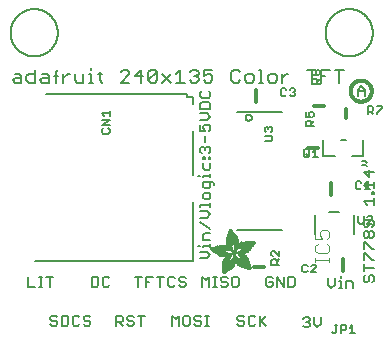
<source format=gbr>
G04 EAGLE Gerber RS-274X export*
G75*
%MOMM*%
%FSLAX34Y34*%
%LPD*%
%INSilkscreen Top*%
%IPPOS*%
%AMOC8*
5,1,8,0,0,1.08239X$1,22.5*%
G01*
%ADD10C,0.152400*%
%ADD11C,0.177800*%
%ADD12C,0.101600*%
%ADD13C,0.304800*%
%ADD14C,0.127000*%
%ADD15C,0.203200*%
%ADD16R,0.006300X0.050800*%
%ADD17R,0.006400X0.082600*%
%ADD18R,0.006300X0.120600*%
%ADD19R,0.006400X0.139700*%
%ADD20R,0.006300X0.158800*%
%ADD21R,0.006400X0.177800*%
%ADD22R,0.006300X0.196800*%
%ADD23R,0.006400X0.215900*%
%ADD24R,0.006300X0.228600*%
%ADD25R,0.006400X0.241300*%
%ADD26R,0.006300X0.254000*%
%ADD27R,0.006400X0.266700*%
%ADD28R,0.006300X0.279400*%
%ADD29R,0.006400X0.285700*%
%ADD30R,0.006300X0.298400*%
%ADD31R,0.006400X0.311200*%
%ADD32R,0.006300X0.317500*%
%ADD33R,0.006400X0.330200*%
%ADD34R,0.006300X0.336600*%
%ADD35R,0.006400X0.349200*%
%ADD36R,0.006300X0.361900*%
%ADD37R,0.006400X0.368300*%
%ADD38R,0.006300X0.381000*%
%ADD39R,0.006400X0.387300*%
%ADD40R,0.006300X0.393700*%
%ADD41R,0.006400X0.406400*%
%ADD42R,0.006300X0.412700*%
%ADD43R,0.006400X0.419100*%
%ADD44R,0.006300X0.431800*%
%ADD45R,0.006400X0.438100*%
%ADD46R,0.006300X0.450800*%
%ADD47R,0.006400X0.457200*%
%ADD48R,0.006300X0.463500*%
%ADD49R,0.006400X0.476200*%
%ADD50R,0.006300X0.482600*%
%ADD51R,0.006400X0.488900*%
%ADD52R,0.006300X0.501600*%
%ADD53R,0.006400X0.508000*%
%ADD54R,0.006300X0.514300*%
%ADD55R,0.006400X0.527000*%
%ADD56R,0.006300X0.533400*%
%ADD57R,0.006400X0.546100*%
%ADD58R,0.006300X0.552400*%
%ADD59R,0.006400X0.558800*%
%ADD60R,0.006300X0.571500*%
%ADD61R,0.006400X0.577800*%
%ADD62R,0.006300X0.584200*%
%ADD63R,0.006400X0.596900*%
%ADD64R,0.006300X0.603200*%
%ADD65R,0.006400X0.609600*%
%ADD66R,0.006300X0.622300*%
%ADD67R,0.006400X0.628600*%
%ADD68R,0.006300X0.641300*%
%ADD69R,0.006400X0.647700*%
%ADD70R,0.006300X0.063500*%
%ADD71R,0.006300X0.654000*%
%ADD72R,0.006400X0.101600*%
%ADD73R,0.006400X0.666700*%
%ADD74R,0.006300X0.139700*%
%ADD75R,0.006300X0.673100*%
%ADD76R,0.006400X0.165100*%
%ADD77R,0.006400X0.679400*%
%ADD78R,0.006300X0.196900*%
%ADD79R,0.006300X0.692100*%
%ADD80R,0.006400X0.222200*%
%ADD81R,0.006400X0.698500*%
%ADD82R,0.006300X0.247700*%
%ADD83R,0.006300X0.704800*%
%ADD84R,0.006400X0.279400*%
%ADD85R,0.006400X0.717500*%
%ADD86R,0.006300X0.298500*%
%ADD87R,0.006300X0.723900*%
%ADD88R,0.006400X0.736600*%
%ADD89R,0.006300X0.342900*%
%ADD90R,0.006300X0.742900*%
%ADD91R,0.006400X0.374700*%
%ADD92R,0.006400X0.749300*%
%ADD93R,0.006300X0.762000*%
%ADD94R,0.006400X0.412700*%
%ADD95R,0.006400X0.768300*%
%ADD96R,0.006300X0.438100*%
%ADD97R,0.006300X0.774700*%
%ADD98R,0.006400X0.463600*%
%ADD99R,0.006400X0.787400*%
%ADD100R,0.006300X0.793700*%
%ADD101R,0.006400X0.495300*%
%ADD102R,0.006400X0.800100*%
%ADD103R,0.006300X0.520700*%
%ADD104R,0.006300X0.812800*%
%ADD105R,0.006400X0.533400*%
%ADD106R,0.006400X0.819100*%
%ADD107R,0.006300X0.558800*%
%ADD108R,0.006300X0.825500*%
%ADD109R,0.006400X0.577900*%
%ADD110R,0.006400X0.831800*%
%ADD111R,0.006300X0.596900*%
%ADD112R,0.006300X0.844500*%
%ADD113R,0.006400X0.616000*%
%ADD114R,0.006400X0.850900*%
%ADD115R,0.006300X0.635000*%
%ADD116R,0.006300X0.857200*%
%ADD117R,0.006400X0.654100*%
%ADD118R,0.006400X0.863600*%
%ADD119R,0.006300X0.666700*%
%ADD120R,0.006300X0.869900*%
%ADD121R,0.006400X0.685800*%
%ADD122R,0.006400X0.876300*%
%ADD123R,0.006300X0.882600*%
%ADD124R,0.006400X0.723900*%
%ADD125R,0.006400X0.889000*%
%ADD126R,0.006300X0.895300*%
%ADD127R,0.006400X0.755700*%
%ADD128R,0.006400X0.901700*%
%ADD129R,0.006300X0.908000*%
%ADD130R,0.006400X0.793800*%
%ADD131R,0.006400X0.914400*%
%ADD132R,0.006300X0.806400*%
%ADD133R,0.006300X0.920700*%
%ADD134R,0.006400X0.825500*%
%ADD135R,0.006400X0.927100*%
%ADD136R,0.006300X0.933400*%
%ADD137R,0.006400X0.857300*%
%ADD138R,0.006400X0.939800*%
%ADD139R,0.006300X0.870000*%
%ADD140R,0.006300X0.939800*%
%ADD141R,0.006400X0.946100*%
%ADD142R,0.006300X0.952500*%
%ADD143R,0.006400X0.908000*%
%ADD144R,0.006400X0.958800*%
%ADD145R,0.006300X0.965200*%
%ADD146R,0.006400X0.965200*%
%ADD147R,0.006300X0.971500*%
%ADD148R,0.006400X0.952500*%
%ADD149R,0.006400X0.977900*%
%ADD150R,0.006300X0.958800*%
%ADD151R,0.006300X0.984200*%
%ADD152R,0.006400X0.971500*%
%ADD153R,0.006400X0.984200*%
%ADD154R,0.006300X0.990600*%
%ADD155R,0.006400X0.984300*%
%ADD156R,0.006400X0.996900*%
%ADD157R,0.006300X0.997000*%
%ADD158R,0.006300X0.996900*%
%ADD159R,0.006400X1.003300*%
%ADD160R,0.006300X1.016000*%
%ADD161R,0.006300X1.009600*%
%ADD162R,0.006400X1.016000*%
%ADD163R,0.006400X1.009600*%
%ADD164R,0.006300X1.022300*%
%ADD165R,0.006400X1.028700*%
%ADD166R,0.006300X1.035100*%
%ADD167R,0.006400X1.047800*%
%ADD168R,0.006300X1.054100*%
%ADD169R,0.006300X1.028700*%
%ADD170R,0.006400X1.054100*%
%ADD171R,0.006400X1.035000*%
%ADD172R,0.006300X1.060400*%
%ADD173R,0.006300X1.035000*%
%ADD174R,0.006400X1.060500*%
%ADD175R,0.006400X1.041400*%
%ADD176R,0.006300X1.066800*%
%ADD177R,0.006300X1.041400*%
%ADD178R,0.006400X1.079500*%
%ADD179R,0.006400X1.047700*%
%ADD180R,0.006300X1.085900*%
%ADD181R,0.006300X1.047700*%
%ADD182R,0.006400X1.085800*%
%ADD183R,0.006300X1.092200*%
%ADD184R,0.006400X1.085900*%
%ADD185R,0.006300X1.098600*%
%ADD186R,0.006400X1.098600*%
%ADD187R,0.006400X1.060400*%
%ADD188R,0.006300X1.104900*%
%ADD189R,0.006400X1.104900*%
%ADD190R,0.006400X1.066800*%
%ADD191R,0.006300X1.111200*%
%ADD192R,0.006400X1.117600*%
%ADD193R,0.006300X1.117600*%
%ADD194R,0.006300X1.073100*%
%ADD195R,0.006400X1.073100*%
%ADD196R,0.006300X1.124000*%
%ADD197R,0.006300X1.079500*%
%ADD198R,0.006400X1.123900*%
%ADD199R,0.006300X1.130300*%
%ADD200R,0.006400X1.130300*%
%ADD201R,0.006400X1.136700*%
%ADD202R,0.006300X1.136700*%
%ADD203R,0.006300X1.085800*%
%ADD204R,0.006400X1.136600*%
%ADD205R,0.006300X1.136600*%
%ADD206R,0.006400X1.143000*%
%ADD207R,0.006300X1.143000*%
%ADD208R,0.006300X1.149400*%
%ADD209R,0.006300X1.149300*%
%ADD210R,0.006400X1.149300*%
%ADD211R,0.006400X1.149400*%
%ADD212R,0.006400X1.155700*%
%ADD213R,0.006300X1.155700*%
%ADD214R,0.006300X1.060500*%
%ADD215R,0.006400X2.197100*%
%ADD216R,0.006300X2.197100*%
%ADD217R,0.006300X2.184400*%
%ADD218R,0.006400X2.184400*%
%ADD219R,0.006400X2.171700*%
%ADD220R,0.006300X2.171700*%
%ADD221R,0.006400X1.530300*%
%ADD222R,0.006300X1.505000*%
%ADD223R,0.006400X1.492300*%
%ADD224R,0.006300X1.485900*%
%ADD225R,0.006300X0.565200*%
%ADD226R,0.006400X1.473200*%
%ADD227R,0.006400X0.565200*%
%ADD228R,0.006300X1.460500*%
%ADD229R,0.006400X1.454100*%
%ADD230R,0.006400X0.552400*%
%ADD231R,0.006300X1.441500*%
%ADD232R,0.006300X0.546100*%
%ADD233R,0.006400X1.435100*%
%ADD234R,0.006400X0.539800*%
%ADD235R,0.006300X1.428800*%
%ADD236R,0.006400X1.422400*%
%ADD237R,0.006300X1.409700*%
%ADD238R,0.006300X0.527100*%
%ADD239R,0.006400X1.403300*%
%ADD240R,0.006400X0.527100*%
%ADD241R,0.006300X1.390700*%
%ADD242R,0.006400X1.384300*%
%ADD243R,0.006400X0.520700*%
%ADD244R,0.006300X1.384300*%
%ADD245R,0.006300X0.514400*%
%ADD246R,0.006400X1.371600*%
%ADD247R,0.006300X1.365200*%
%ADD248R,0.006300X0.508000*%
%ADD249R,0.006400X1.352600*%
%ADD250R,0.006400X0.501700*%
%ADD251R,0.006300X0.711200*%
%ADD252R,0.006300X0.603300*%
%ADD253R,0.006300X0.501700*%
%ADD254R,0.006400X0.692100*%
%ADD255R,0.006400X0.571500*%
%ADD256R,0.006300X0.679400*%
%ADD257R,0.006300X0.495300*%
%ADD258R,0.006400X0.673100*%
%ADD259R,0.006300X0.666800*%
%ADD260R,0.006300X0.488900*%
%ADD261R,0.006400X0.660400*%
%ADD262R,0.006400X0.482600*%
%ADD263R,0.006300X0.476200*%
%ADD264R,0.006400X0.654000*%
%ADD265R,0.006400X0.469900*%
%ADD266R,0.006400X0.476300*%
%ADD267R,0.006300X0.647700*%
%ADD268R,0.006300X0.457200*%
%ADD269R,0.006300X0.469900*%
%ADD270R,0.006400X0.641300*%
%ADD271R,0.006400X0.444500*%
%ADD272R,0.006300X0.463600*%
%ADD273R,0.006400X0.635000*%
%ADD274R,0.006400X0.463500*%
%ADD275R,0.006400X0.393700*%
%ADD276R,0.006400X0.450800*%
%ADD277R,0.006300X0.628600*%
%ADD278R,0.006300X0.387400*%
%ADD279R,0.006300X0.450900*%
%ADD280R,0.006400X0.628700*%
%ADD281R,0.006400X0.374600*%
%ADD282R,0.006300X0.368300*%
%ADD283R,0.006300X0.438200*%
%ADD284R,0.006400X0.622300*%
%ADD285R,0.006400X0.355600*%
%ADD286R,0.006400X0.431800*%
%ADD287R,0.006300X0.349300*%
%ADD288R,0.006300X0.425400*%
%ADD289R,0.006300X0.615900*%
%ADD290R,0.006300X0.330200*%
%ADD291R,0.006300X0.419100*%
%ADD292R,0.006300X0.616000*%
%ADD293R,0.006300X0.311200*%
%ADD294R,0.006300X0.406400*%
%ADD295R,0.006400X0.615900*%
%ADD296R,0.006400X0.304800*%
%ADD297R,0.006400X0.158800*%
%ADD298R,0.006300X0.609600*%
%ADD299R,0.006300X0.292100*%
%ADD300R,0.006300X0.235000*%
%ADD301R,0.006400X0.387400*%
%ADD302R,0.006400X0.292100*%
%ADD303R,0.006300X0.336500*%
%ADD304R,0.006300X0.260400*%
%ADD305R,0.006400X0.603300*%
%ADD306R,0.006400X0.260400*%
%ADD307R,0.006400X0.362000*%
%ADD308R,0.006400X0.450900*%
%ADD309R,0.006300X0.355600*%
%ADD310R,0.006400X0.342900*%
%ADD311R,0.006400X0.514300*%
%ADD312R,0.006300X0.234900*%
%ADD313R,0.006300X0.539700*%
%ADD314R,0.006400X0.603200*%
%ADD315R,0.006400X0.234900*%
%ADD316R,0.006400X0.920700*%
%ADD317R,0.006400X0.958900*%
%ADD318R,0.006300X0.215900*%
%ADD319R,0.006400X0.209600*%
%ADD320R,0.006300X0.203200*%
%ADD321R,0.006300X1.003300*%
%ADD322R,0.006400X0.203200*%
%ADD323R,0.006400X0.196900*%
%ADD324R,0.006300X0.190500*%
%ADD325R,0.006400X0.190500*%
%ADD326R,0.006300X0.184200*%
%ADD327R,0.006400X0.590500*%
%ADD328R,0.006400X0.184200*%
%ADD329R,0.006300X0.590500*%
%ADD330R,0.006300X0.177800*%
%ADD331R,0.006400X0.584200*%
%ADD332R,0.006400X1.168400*%
%ADD333R,0.006300X0.171500*%
%ADD334R,0.006300X1.187500*%
%ADD335R,0.006400X1.200100*%
%ADD336R,0.006300X0.577800*%
%ADD337R,0.006300X1.212900*%
%ADD338R,0.006400X1.231900*%
%ADD339R,0.006300X1.250900*%
%ADD340R,0.006400X0.565100*%
%ADD341R,0.006400X0.184100*%
%ADD342R,0.006400X1.263700*%
%ADD343R,0.006300X0.565100*%
%ADD344R,0.006300X1.289100*%
%ADD345R,0.006400X1.314400*%
%ADD346R,0.006300X0.552500*%
%ADD347R,0.006300X1.568500*%
%ADD348R,0.006400X0.552500*%
%ADD349R,0.006400X1.581200*%
%ADD350R,0.006300X1.593800*%
%ADD351R,0.006400X1.606500*%
%ADD352R,0.006300X1.619300*%
%ADD353R,0.006400X0.514400*%
%ADD354R,0.006400X1.638300*%
%ADD355R,0.006300X1.657300*%
%ADD356R,0.006400X2.209800*%
%ADD357R,0.006300X2.425700*%
%ADD358R,0.006400X2.470100*%
%ADD359R,0.006300X2.501900*%
%ADD360R,0.006400X2.533700*%
%ADD361R,0.006300X2.559000*%
%ADD362R,0.006400X2.584500*%
%ADD363R,0.006300X2.609900*%
%ADD364R,0.006400X2.628900*%
%ADD365R,0.006300X2.660600*%
%ADD366R,0.006400X2.673400*%
%ADD367R,0.006300X1.422400*%
%ADD368R,0.006300X1.200200*%
%ADD369R,0.006300X1.365300*%
%ADD370R,0.006400X1.365300*%
%ADD371R,0.006300X1.352500*%
%ADD372R,0.006300X1.098500*%
%ADD373R,0.006400X1.358900*%
%ADD374R,0.006300X1.352600*%
%ADD375R,0.006300X1.358900*%
%ADD376R,0.006300X1.371600*%
%ADD377R,0.006400X1.377900*%
%ADD378R,0.006400X1.397000*%
%ADD379R,0.006300X1.403300*%
%ADD380R,0.006300X0.914400*%
%ADD381R,0.006300X0.876300*%
%ADD382R,0.006300X0.374600*%
%ADD383R,0.006400X1.073200*%
%ADD384R,0.006300X0.374700*%
%ADD385R,0.006400X0.844600*%
%ADD386R,0.006300X0.844600*%
%ADD387R,0.006400X0.831900*%
%ADD388R,0.006400X1.092200*%
%ADD389R,0.006300X0.400000*%
%ADD390R,0.006400X0.819200*%
%ADD391R,0.006400X1.111300*%
%ADD392R,0.006400X0.812800*%
%ADD393R,0.006300X0.800100*%
%ADD394R,0.006300X0.476300*%
%ADD395R,0.006300X1.181100*%
%ADD396R,0.006400X0.501600*%
%ADD397R,0.006400X1.193800*%
%ADD398R,0.006400X0.781000*%
%ADD399R,0.006400X1.238200*%
%ADD400R,0.006300X0.781100*%
%ADD401R,0.006300X1.257300*%
%ADD402R,0.006400X1.295400*%
%ADD403R,0.006300X1.333500*%
%ADD404R,0.006400X0.774700*%
%ADD405R,0.006400X1.866900*%
%ADD406R,0.006300X0.209600*%
%ADD407R,0.006300X1.866900*%
%ADD408R,0.006400X0.768400*%
%ADD409R,0.006400X0.209500*%
%ADD410R,0.006400X1.860600*%
%ADD411R,0.006400X0.762000*%
%ADD412R,0.006300X0.768400*%
%ADD413R,0.006300X1.860600*%
%ADD414R,0.006400X1.860500*%
%ADD415R,0.006300X0.222300*%
%ADD416R,0.006300X1.854200*%
%ADD417R,0.006400X0.235000*%
%ADD418R,0.006400X1.854200*%
%ADD419R,0.006300X0.768300*%
%ADD420R,0.006400X0.260300*%
%ADD421R,0.006400X1.847800*%
%ADD422R,0.006300X0.266700*%
%ADD423R,0.006300X1.847800*%
%ADD424R,0.006400X0.273100*%
%ADD425R,0.006400X1.841500*%
%ADD426R,0.006300X0.285800*%
%ADD427R,0.006300X1.841500*%
%ADD428R,0.006400X0.298500*%
%ADD429R,0.006400X1.835100*%
%ADD430R,0.006300X0.781000*%
%ADD431R,0.006300X0.304800*%
%ADD432R,0.006300X1.835100*%
%ADD433R,0.006400X0.317500*%
%ADD434R,0.006400X1.828800*%
%ADD435R,0.006300X0.787400*%
%ADD436R,0.006300X0.323800*%
%ADD437R,0.006300X1.828800*%
%ADD438R,0.006400X0.793700*%
%ADD439R,0.006400X1.822400*%
%ADD440R,0.006300X0.806500*%
%ADD441R,0.006300X1.822400*%
%ADD442R,0.006400X1.816100*%
%ADD443R,0.006300X0.819100*%
%ADD444R,0.006300X0.387300*%
%ADD445R,0.006300X1.816100*%
%ADD446R,0.006400X1.809800*%
%ADD447R,0.006300X1.803400*%
%ADD448R,0.006400X1.797000*%
%ADD449R,0.006300X0.901700*%
%ADD450R,0.006300X1.797000*%
%ADD451R,0.006400X1.441400*%
%ADD452R,0.006400X1.790700*%
%ADD453R,0.006300X1.447800*%
%ADD454R,0.006300X1.784300*%
%ADD455R,0.006400X1.447800*%
%ADD456R,0.006400X1.784300*%
%ADD457R,0.006300X1.454100*%
%ADD458R,0.006300X1.771700*%
%ADD459R,0.006400X1.460500*%
%ADD460R,0.006400X1.759000*%
%ADD461R,0.006300X1.466800*%
%ADD462R,0.006300X1.752600*%
%ADD463R,0.006400X1.466800*%
%ADD464R,0.006400X1.739900*%
%ADD465R,0.006300X1.473200*%
%ADD466R,0.006300X1.727200*%
%ADD467R,0.006400X1.479500*%
%ADD468R,0.006400X1.714500*%
%ADD469R,0.006300X1.695400*%
%ADD470R,0.006400X1.485900*%
%ADD471R,0.006400X1.682700*%
%ADD472R,0.006300X1.492200*%
%ADD473R,0.006300X1.663700*%
%ADD474R,0.006400X1.498600*%
%ADD475R,0.006400X1.644600*%
%ADD476R,0.006300X1.498600*%
%ADD477R,0.006300X1.619200*%
%ADD478R,0.006400X1.511300*%
%ADD479R,0.006400X1.600200*%
%ADD480R,0.006300X1.517700*%
%ADD481R,0.006300X1.574800*%
%ADD482R,0.006400X1.524000*%
%ADD483R,0.006400X1.555800*%
%ADD484R,0.006300X1.524000*%
%ADD485R,0.006300X1.536700*%
%ADD486R,0.006400X1.530400*%
%ADD487R,0.006400X1.517700*%
%ADD488R,0.006300X1.492300*%
%ADD489R,0.006400X1.549400*%
%ADD490R,0.006400X1.479600*%
%ADD491R,0.006300X1.549400*%
%ADD492R,0.006400X1.555700*%
%ADD493R,0.006300X1.562100*%
%ADD494R,0.006300X0.323900*%
%ADD495R,0.006400X1.568400*%
%ADD496R,0.006400X0.336600*%
%ADD497R,0.006300X1.587500*%
%ADD498R,0.006300X0.971600*%
%ADD499R,0.006400X0.349300*%
%ADD500R,0.006300X1.600200*%
%ADD501R,0.006300X0.920800*%
%ADD502R,0.006400X0.882700*%
%ADD503R,0.006300X1.612900*%
%ADD504R,0.006300X0.362000*%
%ADD505R,0.006400X1.625600*%
%ADD506R,0.006300X1.625600*%
%ADD507R,0.006300X1.644600*%
%ADD508R,0.006300X0.736600*%
%ADD509R,0.006400X0.717600*%
%ADD510R,0.006300X1.657400*%
%ADD511R,0.006300X0.679500*%
%ADD512R,0.006400X1.663700*%
%ADD513R,0.006400X0.400000*%
%ADD514R,0.006300X1.676400*%
%ADD515R,0.006400X1.676400*%
%ADD516R,0.006400X0.425500*%
%ADD517R,0.006400X1.352500*%
%ADD518R,0.006300X0.444500*%
%ADD519R,0.006400X0.361900*%
%ADD520R,0.006300X0.088900*%
%ADD521R,0.006300X1.009700*%
%ADD522R,0.006400X1.009700*%
%ADD523R,0.006400X1.022300*%
%ADD524R,0.006400X1.346200*%
%ADD525R,0.006300X1.346200*%
%ADD526R,0.006400X1.339900*%
%ADD527R,0.006400X1.035100*%
%ADD528R,0.006300X1.339800*%
%ADD529R,0.006400X1.333500*%
%ADD530R,0.006400X1.327200*%
%ADD531R,0.006300X1.320800*%
%ADD532R,0.006400X1.314500*%
%ADD533R,0.006300X1.314400*%
%ADD534R,0.006400X1.301700*%
%ADD535R,0.006300X1.295400*%
%ADD536R,0.006400X1.289000*%
%ADD537R,0.006300X1.276300*%
%ADD538R,0.006300X1.251000*%
%ADD539R,0.006400X1.244600*%
%ADD540R,0.006300X1.231900*%
%ADD541R,0.006400X1.212800*%
%ADD542R,0.006300X1.200100*%
%ADD543R,0.006400X1.187400*%
%ADD544R,0.006300X1.168400*%
%ADD545R,0.006300X1.047800*%
%ADD546R,0.006300X0.977900*%
%ADD547R,0.006400X0.946200*%
%ADD548R,0.006400X0.933400*%
%ADD549R,0.006400X0.895300*%
%ADD550R,0.006300X0.882700*%
%ADD551R,0.006300X0.863600*%
%ADD552R,0.006400X0.857200*%
%ADD553R,0.006300X0.850900*%
%ADD554R,0.006300X0.838200*%
%ADD555R,0.006400X0.806500*%
%ADD556R,0.006300X0.717600*%
%ADD557R,0.006400X0.711200*%
%ADD558R,0.006400X0.641400*%
%ADD559R,0.006300X0.641400*%
%ADD560R,0.006300X0.628700*%
%ADD561R,0.006300X0.590600*%
%ADD562R,0.006400X0.539700*%
%ADD563R,0.006300X0.285700*%
%ADD564R,0.006300X0.222200*%
%ADD565R,0.006300X0.171400*%
%ADD566R,0.006400X0.152400*%
%ADD567R,0.006300X0.133400*%


D10*
X58717Y-41395D02*
X58717Y-50038D01*
X63039Y-50038D01*
X64479Y-48597D01*
X64479Y-42835D01*
X63039Y-41395D01*
X58717Y-41395D01*
X72394Y-41395D02*
X73834Y-42835D01*
X72394Y-41395D02*
X69513Y-41395D01*
X68072Y-42835D01*
X68072Y-48597D01*
X69513Y-50038D01*
X72394Y-50038D01*
X73834Y-48597D01*
X29724Y-75855D02*
X28283Y-74415D01*
X25402Y-74415D01*
X23962Y-75855D01*
X23962Y-77296D01*
X25402Y-78736D01*
X28283Y-78736D01*
X29724Y-80177D01*
X29724Y-81617D01*
X28283Y-83058D01*
X25402Y-83058D01*
X23962Y-81617D01*
X33317Y-83058D02*
X33317Y-74415D01*
X33317Y-83058D02*
X37638Y-83058D01*
X39079Y-81617D01*
X39079Y-75855D01*
X37638Y-74415D01*
X33317Y-74415D01*
X46994Y-74415D02*
X48434Y-75855D01*
X46994Y-74415D02*
X44113Y-74415D01*
X42672Y-75855D01*
X42672Y-81617D01*
X44113Y-83058D01*
X46994Y-83058D01*
X48434Y-81617D01*
X56349Y-74415D02*
X57789Y-75855D01*
X56349Y-74415D02*
X53468Y-74415D01*
X52027Y-75855D01*
X52027Y-77296D01*
X53468Y-78736D01*
X56349Y-78736D01*
X57789Y-80177D01*
X57789Y-81617D01*
X56349Y-83058D01*
X53468Y-83058D01*
X52027Y-81617D01*
X4798Y-50038D02*
X4798Y-41395D01*
X4798Y-50038D02*
X10561Y-50038D01*
X14154Y-50038D02*
X17035Y-50038D01*
X15594Y-50038D02*
X15594Y-41395D01*
X14154Y-41395D02*
X17035Y-41395D01*
X23272Y-41395D02*
X23272Y-50038D01*
X20390Y-41395D02*
X26153Y-41395D01*
X79439Y-74415D02*
X79439Y-83058D01*
X79439Y-74415D02*
X83761Y-74415D01*
X85201Y-75855D01*
X85201Y-78736D01*
X83761Y-80177D01*
X79439Y-80177D01*
X82320Y-80177D02*
X85201Y-83058D01*
X93116Y-74415D02*
X94557Y-75855D01*
X93116Y-74415D02*
X90235Y-74415D01*
X88794Y-75855D01*
X88794Y-77296D01*
X90235Y-78736D01*
X93116Y-78736D01*
X94557Y-80177D01*
X94557Y-81617D01*
X93116Y-83058D01*
X90235Y-83058D01*
X88794Y-81617D01*
X101031Y-83058D02*
X101031Y-74415D01*
X98150Y-74415D02*
X103912Y-74415D01*
X98365Y-50038D02*
X98365Y-41395D01*
X95484Y-41395D02*
X101246Y-41395D01*
X104839Y-41395D02*
X104839Y-50038D01*
X104839Y-41395D02*
X110601Y-41395D01*
X107720Y-45716D02*
X104839Y-45716D01*
X117076Y-50038D02*
X117076Y-41395D01*
X119957Y-41395D02*
X114194Y-41395D01*
X127871Y-41395D02*
X129312Y-42835D01*
X127871Y-41395D02*
X124990Y-41395D01*
X123550Y-42835D01*
X123550Y-48597D01*
X124990Y-50038D01*
X127871Y-50038D01*
X129312Y-48597D01*
X137226Y-41395D02*
X138667Y-42835D01*
X137226Y-41395D02*
X134345Y-41395D01*
X132905Y-42835D01*
X132905Y-44276D01*
X134345Y-45716D01*
X137226Y-45716D01*
X138667Y-47157D01*
X138667Y-48597D01*
X137226Y-50038D01*
X134345Y-50038D01*
X132905Y-48597D01*
X127121Y-74415D02*
X127121Y-83058D01*
X130002Y-77296D02*
X127121Y-74415D01*
X130002Y-77296D02*
X132883Y-74415D01*
X132883Y-83058D01*
X137917Y-74415D02*
X140798Y-74415D01*
X137917Y-74415D02*
X136476Y-75855D01*
X136476Y-81617D01*
X137917Y-83058D01*
X140798Y-83058D01*
X142238Y-81617D01*
X142238Y-75855D01*
X140798Y-74415D01*
X150153Y-74415D02*
X151593Y-75855D01*
X150153Y-74415D02*
X147272Y-74415D01*
X145831Y-75855D01*
X145831Y-77296D01*
X147272Y-78736D01*
X150153Y-78736D01*
X151593Y-80177D01*
X151593Y-81617D01*
X150153Y-83058D01*
X147272Y-83058D01*
X145831Y-81617D01*
X155186Y-83058D02*
X158068Y-83058D01*
X156627Y-83058D02*
X156627Y-74415D01*
X155186Y-74415D02*
X158068Y-74415D01*
X152521Y-50038D02*
X152521Y-41395D01*
X155402Y-44276D01*
X158283Y-41395D01*
X158283Y-50038D01*
X161876Y-50038D02*
X164757Y-50038D01*
X163317Y-50038D02*
X163317Y-41395D01*
X164757Y-41395D02*
X161876Y-41395D01*
X172434Y-41395D02*
X173875Y-42835D01*
X172434Y-41395D02*
X169553Y-41395D01*
X168113Y-42835D01*
X168113Y-44276D01*
X169553Y-45716D01*
X172434Y-45716D01*
X173875Y-47157D01*
X173875Y-48597D01*
X172434Y-50038D01*
X169553Y-50038D01*
X168113Y-48597D01*
X178909Y-41395D02*
X181790Y-41395D01*
X178909Y-41395D02*
X177468Y-42835D01*
X177468Y-48597D01*
X178909Y-50038D01*
X181790Y-50038D01*
X183230Y-48597D01*
X183230Y-42835D01*
X181790Y-41395D01*
X186631Y-74415D02*
X188071Y-75855D01*
X186631Y-74415D02*
X183750Y-74415D01*
X182309Y-75855D01*
X182309Y-77296D01*
X183750Y-78736D01*
X186631Y-78736D01*
X188071Y-80177D01*
X188071Y-81617D01*
X186631Y-83058D01*
X183750Y-83058D01*
X182309Y-81617D01*
X195986Y-74415D02*
X197427Y-75855D01*
X195986Y-74415D02*
X193105Y-74415D01*
X191664Y-75855D01*
X191664Y-81617D01*
X193105Y-83058D01*
X195986Y-83058D01*
X197427Y-81617D01*
X201020Y-83058D02*
X201020Y-74415D01*
X201020Y-80177D02*
X206782Y-74415D01*
X202460Y-78736D02*
X206782Y-83058D01*
X212201Y-42835D02*
X210761Y-41395D01*
X207880Y-41395D01*
X206439Y-42835D01*
X206439Y-48597D01*
X207880Y-50038D01*
X210761Y-50038D01*
X212201Y-48597D01*
X212201Y-45716D01*
X209320Y-45716D01*
X215794Y-41395D02*
X215794Y-50038D01*
X221557Y-50038D02*
X215794Y-41395D01*
X221557Y-41395D02*
X221557Y-50038D01*
X225150Y-50038D02*
X225150Y-41395D01*
X225150Y-50038D02*
X229471Y-50038D01*
X230912Y-48597D01*
X230912Y-42835D01*
X229471Y-41395D01*
X225150Y-41395D01*
X239227Y-75685D02*
X237787Y-77125D01*
X239227Y-75685D02*
X242109Y-75685D01*
X243549Y-77125D01*
X243549Y-78566D01*
X242109Y-80006D01*
X240668Y-80006D01*
X242109Y-80006D02*
X243549Y-81447D01*
X243549Y-82887D01*
X242109Y-84328D01*
X239227Y-84328D01*
X237787Y-82887D01*
X247142Y-81447D02*
X247142Y-75685D01*
X247142Y-81447D02*
X250023Y-84328D01*
X252904Y-81447D01*
X252904Y-75685D01*
X258798Y-48427D02*
X258798Y-42665D01*
X258798Y-48427D02*
X261680Y-51308D01*
X264561Y-48427D01*
X264561Y-42665D01*
X268154Y-45546D02*
X269594Y-45546D01*
X269594Y-51308D01*
X268154Y-51308D02*
X271035Y-51308D01*
X269594Y-42665D02*
X269594Y-41224D01*
X274390Y-45546D02*
X274390Y-51308D01*
X274390Y-45546D02*
X278712Y-45546D01*
X280153Y-46986D01*
X280153Y-51308D01*
X289045Y-41906D02*
X290485Y-40466D01*
X289045Y-41906D02*
X289045Y-44787D01*
X290485Y-46228D01*
X291926Y-46228D01*
X293366Y-44787D01*
X293366Y-41906D01*
X294807Y-40466D01*
X296247Y-40466D01*
X297688Y-41906D01*
X297688Y-44787D01*
X296247Y-46228D01*
X297688Y-33992D02*
X289045Y-33992D01*
X289045Y-36873D02*
X289045Y-31111D01*
X289045Y-27518D02*
X289045Y-21755D01*
X290485Y-21755D01*
X296247Y-27518D01*
X297688Y-27518D01*
X289045Y-18162D02*
X289045Y-12400D01*
X290485Y-12400D01*
X296247Y-18162D01*
X297688Y-18162D01*
X290485Y-8807D02*
X289045Y-7367D01*
X289045Y-4486D01*
X290485Y-3045D01*
X291926Y-3045D01*
X293366Y-4486D01*
X294807Y-3045D01*
X296247Y-3045D01*
X297688Y-4486D01*
X297688Y-7367D01*
X296247Y-8807D01*
X294807Y-8807D01*
X293366Y-7367D01*
X291926Y-8807D01*
X290485Y-8807D01*
X293366Y-7367D02*
X293366Y-4486D01*
X296247Y548D02*
X297688Y1989D01*
X297688Y4870D01*
X296247Y6310D01*
X290485Y6310D01*
X289045Y4870D01*
X289045Y1989D01*
X290485Y548D01*
X291926Y548D01*
X293366Y1989D01*
X293366Y6310D01*
X291926Y19258D02*
X289045Y22139D01*
X297688Y22139D01*
X297688Y19258D02*
X297688Y25021D01*
X297688Y28614D02*
X296247Y28614D01*
X296247Y30054D01*
X297688Y30054D01*
X297688Y28614D01*
X291926Y33291D02*
X289045Y36172D01*
X297688Y36172D01*
X297688Y33291D02*
X297688Y39053D01*
X297688Y46968D02*
X289045Y46968D01*
X293366Y42646D01*
X293366Y48409D01*
X290485Y53442D02*
X287604Y53442D01*
X290485Y53442D02*
X291926Y52001D01*
X290485Y56323D02*
X287604Y56323D01*
X290485Y56323D02*
X291926Y54883D01*
D11*
X-2572Y130097D02*
X-6216Y130097D01*
X-2572Y130097D02*
X-750Y128275D01*
X-750Y122809D01*
X-6216Y122809D01*
X-8038Y124631D01*
X-6216Y126453D01*
X-750Y126453D01*
X10944Y122809D02*
X10944Y133740D01*
X10944Y122809D02*
X5478Y122809D01*
X3656Y124631D01*
X3656Y128275D01*
X5478Y130097D01*
X10944Y130097D01*
X17172Y130097D02*
X20816Y130097D01*
X22638Y128275D01*
X22638Y122809D01*
X17172Y122809D01*
X15350Y124631D01*
X17172Y126453D01*
X22638Y126453D01*
X28866Y122809D02*
X28866Y131918D01*
X30688Y133740D01*
X30688Y128275D02*
X27044Y128275D01*
X34840Y130097D02*
X34840Y122809D01*
X34840Y126453D02*
X38484Y130097D01*
X40306Y130097D01*
X44585Y130097D02*
X44585Y124631D01*
X46407Y122809D01*
X51872Y122809D01*
X51872Y130097D01*
X56279Y130097D02*
X58101Y130097D01*
X58101Y122809D01*
X56279Y122809D02*
X59923Y122809D01*
X58101Y133740D02*
X58101Y135562D01*
X65897Y131918D02*
X65897Y124631D01*
X67719Y122809D01*
X67719Y130097D02*
X64075Y130097D01*
X83565Y122809D02*
X90852Y122809D01*
X83565Y122809D02*
X90852Y130097D01*
X90852Y131918D01*
X89030Y133740D01*
X85387Y133740D01*
X83565Y131918D01*
X100724Y133740D02*
X100724Y122809D01*
X95259Y128275D02*
X100724Y133740D01*
X102546Y128275D02*
X95259Y128275D01*
X106953Y124631D02*
X106953Y131918D01*
X108775Y133740D01*
X112418Y133740D01*
X114240Y131918D01*
X114240Y124631D01*
X112418Y122809D01*
X108775Y122809D01*
X106953Y124631D01*
X114240Y131918D01*
X118647Y130097D02*
X125934Y122809D01*
X118647Y122809D02*
X125934Y130097D01*
X130341Y130097D02*
X133984Y133740D01*
X133984Y122809D01*
X130341Y122809D02*
X137628Y122809D01*
X142035Y131918D02*
X143857Y133740D01*
X147500Y133740D01*
X149322Y131918D01*
X149322Y130097D01*
X147500Y128275D01*
X145678Y128275D01*
X147500Y128275D02*
X149322Y126453D01*
X149322Y124631D01*
X147500Y122809D01*
X143857Y122809D01*
X142035Y124631D01*
X153729Y133740D02*
X161016Y133740D01*
X153729Y133740D02*
X153729Y128275D01*
X157372Y130097D01*
X159194Y130097D01*
X161016Y128275D01*
X161016Y124631D01*
X159194Y122809D01*
X155551Y122809D01*
X153729Y124631D01*
X182582Y133740D02*
X184404Y131918D01*
X182582Y133740D02*
X178938Y133740D01*
X177117Y131918D01*
X177117Y124631D01*
X178938Y122809D01*
X182582Y122809D01*
X184404Y124631D01*
X190632Y122809D02*
X194276Y122809D01*
X196098Y124631D01*
X196098Y128275D01*
X194276Y130097D01*
X190632Y130097D01*
X188811Y128275D01*
X188811Y124631D01*
X190632Y122809D01*
X200505Y133740D02*
X202326Y133740D01*
X202326Y122809D01*
X200505Y122809D02*
X204148Y122809D01*
X210122Y122809D02*
X213766Y122809D01*
X215588Y124631D01*
X215588Y128275D01*
X213766Y130097D01*
X210122Y130097D01*
X208300Y128275D01*
X208300Y124631D01*
X210122Y122809D01*
X219994Y122809D02*
X219994Y130097D01*
X219994Y126453D02*
X223638Y130097D01*
X225460Y130097D01*
X245077Y133740D02*
X245077Y122809D01*
X241433Y133740D02*
X248721Y133740D01*
X253127Y133740D02*
X253127Y122809D01*
X253127Y133740D02*
X260415Y133740D01*
X256771Y128275D02*
X253127Y128275D01*
X268465Y122809D02*
X268465Y133740D01*
X264821Y133740D02*
X272109Y133740D01*
D10*
X156377Y-26021D02*
X150615Y-26021D01*
X156377Y-26021D02*
X159258Y-23140D01*
X156377Y-20259D01*
X150615Y-20259D01*
X153496Y-16666D02*
X153496Y-15225D01*
X159258Y-15225D01*
X159258Y-16666D02*
X159258Y-13784D01*
X150615Y-15225D02*
X149174Y-15225D01*
X153496Y-10429D02*
X159258Y-10429D01*
X153496Y-10429D02*
X153496Y-6107D01*
X154936Y-4667D01*
X159258Y-4667D01*
X159258Y-1074D02*
X150615Y4689D01*
X150615Y8282D02*
X156377Y8282D01*
X159258Y11163D01*
X156377Y14044D01*
X150615Y14044D01*
X150615Y17637D02*
X150615Y19077D01*
X159258Y19077D01*
X159258Y17637D02*
X159258Y20518D01*
X159258Y25314D02*
X159258Y28195D01*
X157817Y29636D01*
X154936Y29636D01*
X153496Y28195D01*
X153496Y25314D01*
X154936Y23874D01*
X157817Y23874D01*
X159258Y25314D01*
X162139Y36110D02*
X162139Y37550D01*
X160699Y38991D01*
X153496Y38991D01*
X153496Y34669D01*
X154936Y33229D01*
X157817Y33229D01*
X159258Y34669D01*
X159258Y38991D01*
X153496Y42584D02*
X153496Y44025D01*
X159258Y44025D01*
X159258Y45465D02*
X159258Y42584D01*
X150615Y44025D02*
X149174Y44025D01*
X153496Y50261D02*
X153496Y54583D01*
X153496Y50261D02*
X154936Y48821D01*
X157817Y48821D01*
X159258Y50261D01*
X159258Y54583D01*
X153496Y58176D02*
X153496Y59616D01*
X154936Y59616D01*
X154936Y58176D01*
X153496Y58176D01*
X157817Y58176D02*
X157817Y59616D01*
X159258Y59616D01*
X159258Y58176D01*
X157817Y58176D01*
X152055Y62854D02*
X150615Y64294D01*
X150615Y67175D01*
X152055Y68616D01*
X153496Y68616D01*
X154936Y67175D01*
X154936Y65735D01*
X154936Y67175D02*
X156377Y68616D01*
X157817Y68616D01*
X159258Y67175D01*
X159258Y64294D01*
X157817Y62854D01*
X154936Y72209D02*
X154936Y77971D01*
X150615Y81564D02*
X150615Y87326D01*
X150615Y81564D02*
X154936Y81564D01*
X153496Y84445D01*
X153496Y85886D01*
X154936Y87326D01*
X157817Y87326D01*
X159258Y85886D01*
X159258Y83004D01*
X157817Y81564D01*
X156377Y90919D02*
X150615Y90919D01*
X156377Y90919D02*
X159258Y93800D01*
X156377Y96681D01*
X150615Y96681D01*
X150615Y100274D02*
X159258Y100274D01*
X159258Y104596D01*
X157817Y106037D01*
X152055Y106037D01*
X150615Y104596D01*
X150615Y100274D01*
X150615Y113951D02*
X152055Y115392D01*
X150615Y113951D02*
X150615Y111070D01*
X152055Y109629D01*
X157817Y109629D01*
X159258Y111070D01*
X159258Y113951D01*
X157817Y115392D01*
D12*
X259842Y-25508D02*
X259842Y-29406D01*
X259842Y-27457D02*
X248148Y-27457D01*
X248148Y-29406D02*
X248148Y-25508D01*
X248148Y-15763D02*
X250097Y-13814D01*
X248148Y-15763D02*
X248148Y-19661D01*
X250097Y-21610D01*
X257893Y-21610D01*
X259842Y-19661D01*
X259842Y-15763D01*
X257893Y-13814D01*
X248148Y-9916D02*
X248148Y-2120D01*
X248148Y-9916D02*
X253995Y-9916D01*
X252046Y-6018D01*
X252046Y-4069D01*
X253995Y-2120D01*
X257893Y-2120D01*
X259842Y-4069D01*
X259842Y-7967D01*
X257893Y-9916D01*
D13*
X204660Y-33020D02*
X196660Y-33020D01*
D10*
X210941Y-31351D02*
X217551Y-31351D01*
X210941Y-31351D02*
X210941Y-28047D01*
X212043Y-26945D01*
X214246Y-26945D01*
X215348Y-28047D01*
X215348Y-31351D01*
X215348Y-29148D02*
X217551Y-26945D01*
X217551Y-23867D02*
X217551Y-19461D01*
X217551Y-23867D02*
X213145Y-19461D01*
X212043Y-19461D01*
X210941Y-20562D01*
X210941Y-22766D01*
X212043Y-23867D01*
D14*
X144510Y104530D02*
X144510Y111030D01*
X139510Y111030D01*
X139510Y113530D01*
X20010Y113530D01*
X144510Y81530D02*
X144510Y44530D01*
X144510Y22030D02*
X144510Y-28470D01*
X11010Y-28470D01*
D10*
X67366Y82844D02*
X68468Y83946D01*
X67366Y82844D02*
X67366Y80641D01*
X68468Y79540D01*
X72874Y79540D01*
X73976Y80641D01*
X73976Y82844D01*
X72874Y83946D01*
X73976Y87024D02*
X67366Y87024D01*
X73976Y91430D01*
X67366Y91430D01*
X69570Y94508D02*
X67366Y96711D01*
X73976Y96711D01*
X73976Y94508D02*
X73976Y98914D01*
D13*
X198120Y106680D02*
X198120Y116840D01*
D10*
X222507Y117862D02*
X223608Y116760D01*
X222507Y117862D02*
X220304Y117862D01*
X219202Y116760D01*
X219202Y112354D01*
X220304Y111252D01*
X222507Y111252D01*
X223608Y112354D01*
X226686Y116760D02*
X227788Y117862D01*
X229991Y117862D01*
X231093Y116760D01*
X231093Y115658D01*
X229991Y114557D01*
X228889Y114557D01*
X229991Y114557D02*
X231093Y113455D01*
X231093Y112354D01*
X229991Y111252D01*
X227788Y111252D01*
X226686Y112354D01*
D15*
X219660Y98260D02*
X181660Y98260D01*
X181660Y-1740D02*
X219660Y-1740D01*
X189230Y93218D02*
X189232Y93318D01*
X189238Y93419D01*
X189248Y93518D01*
X189262Y93618D01*
X189279Y93717D01*
X189301Y93815D01*
X189327Y93912D01*
X189356Y94008D01*
X189389Y94102D01*
X189426Y94196D01*
X189466Y94288D01*
X189510Y94378D01*
X189558Y94466D01*
X189609Y94553D01*
X189663Y94637D01*
X189721Y94719D01*
X189782Y94799D01*
X189846Y94876D01*
X189913Y94951D01*
X189983Y95023D01*
X190056Y95092D01*
X190131Y95158D01*
X190209Y95222D01*
X190289Y95282D01*
X190372Y95339D01*
X190457Y95392D01*
X190544Y95442D01*
X190633Y95489D01*
X190723Y95532D01*
X190815Y95572D01*
X190909Y95608D01*
X191004Y95640D01*
X191100Y95668D01*
X191198Y95693D01*
X191296Y95713D01*
X191395Y95730D01*
X191495Y95743D01*
X191594Y95752D01*
X191695Y95757D01*
X191795Y95758D01*
X191895Y95755D01*
X191996Y95748D01*
X192095Y95737D01*
X192195Y95722D01*
X192293Y95704D01*
X192391Y95681D01*
X192488Y95654D01*
X192583Y95624D01*
X192678Y95590D01*
X192771Y95552D01*
X192862Y95511D01*
X192952Y95466D01*
X193040Y95418D01*
X193126Y95366D01*
X193210Y95311D01*
X193291Y95252D01*
X193370Y95190D01*
X193447Y95126D01*
X193521Y95058D01*
X193592Y94987D01*
X193661Y94914D01*
X193726Y94838D01*
X193789Y94759D01*
X193848Y94678D01*
X193904Y94595D01*
X193957Y94510D01*
X194006Y94422D01*
X194052Y94333D01*
X194094Y94242D01*
X194133Y94149D01*
X194168Y94055D01*
X194199Y93960D01*
X194227Y93863D01*
X194250Y93766D01*
X194270Y93667D01*
X194286Y93568D01*
X194298Y93469D01*
X194306Y93368D01*
X194310Y93268D01*
X194310Y93168D01*
X194306Y93068D01*
X194298Y92967D01*
X194286Y92868D01*
X194270Y92769D01*
X194250Y92670D01*
X194227Y92573D01*
X194199Y92476D01*
X194168Y92381D01*
X194133Y92287D01*
X194094Y92194D01*
X194052Y92103D01*
X194006Y92014D01*
X193957Y91926D01*
X193904Y91841D01*
X193848Y91758D01*
X193789Y91677D01*
X193726Y91598D01*
X193661Y91522D01*
X193592Y91449D01*
X193521Y91378D01*
X193447Y91310D01*
X193370Y91246D01*
X193291Y91184D01*
X193210Y91125D01*
X193126Y91070D01*
X193040Y91018D01*
X192952Y90970D01*
X192862Y90925D01*
X192771Y90884D01*
X192678Y90846D01*
X192583Y90812D01*
X192488Y90782D01*
X192391Y90755D01*
X192293Y90732D01*
X192195Y90714D01*
X192095Y90699D01*
X191996Y90688D01*
X191895Y90681D01*
X191795Y90678D01*
X191695Y90679D01*
X191594Y90684D01*
X191495Y90693D01*
X191395Y90706D01*
X191296Y90723D01*
X191198Y90743D01*
X191100Y90768D01*
X191004Y90796D01*
X190909Y90828D01*
X190815Y90864D01*
X190723Y90904D01*
X190633Y90947D01*
X190544Y90994D01*
X190457Y91044D01*
X190372Y91097D01*
X190289Y91154D01*
X190209Y91214D01*
X190131Y91278D01*
X190056Y91344D01*
X189983Y91413D01*
X189913Y91485D01*
X189846Y91560D01*
X189782Y91637D01*
X189721Y91717D01*
X189663Y91799D01*
X189609Y91883D01*
X189558Y91970D01*
X189510Y92058D01*
X189466Y92148D01*
X189426Y92240D01*
X189389Y92334D01*
X189356Y92428D01*
X189327Y92524D01*
X189301Y92621D01*
X189279Y92719D01*
X189262Y92818D01*
X189248Y92918D01*
X189238Y93017D01*
X189232Y93118D01*
X189230Y93218D01*
D10*
X205226Y73424D02*
X210734Y73424D01*
X211836Y74525D01*
X211836Y76729D01*
X210734Y77830D01*
X205226Y77830D01*
X206328Y80908D02*
X205226Y82009D01*
X205226Y84213D01*
X206328Y85314D01*
X207430Y85314D01*
X208531Y84213D01*
X208531Y83111D01*
X208531Y84213D02*
X209633Y85314D01*
X210734Y85314D01*
X211836Y84213D01*
X211836Y82009D01*
X210734Y80908D01*
D15*
X247660Y10540D02*
X247660Y-5460D01*
X280660Y-5460D02*
X280660Y10540D01*
X268160Y13040D02*
X260160Y13040D01*
D10*
X284702Y9912D02*
X284702Y4404D01*
X285804Y3302D01*
X288007Y3302D01*
X289108Y4404D01*
X289108Y9912D01*
X292186Y3302D02*
X296593Y3302D01*
X296593Y7708D02*
X292186Y3302D01*
X296593Y7708D02*
X296593Y8810D01*
X295491Y9912D01*
X293288Y9912D01*
X292186Y8810D01*
D13*
X261620Y27940D02*
X261620Y38100D01*
D10*
X286007Y39122D02*
X287108Y38020D01*
X286007Y39122D02*
X283804Y39122D01*
X282702Y38020D01*
X282702Y33614D01*
X283804Y32512D01*
X286007Y32512D01*
X287108Y33614D01*
X290186Y36918D02*
X292389Y39122D01*
X292389Y32512D01*
X290186Y32512D02*
X294593Y32512D01*
D13*
X271780Y-26670D02*
X271780Y-36830D01*
D10*
X241660Y-32338D02*
X240559Y-31236D01*
X238355Y-31236D01*
X237254Y-32338D01*
X237254Y-36744D01*
X238355Y-37846D01*
X240559Y-37846D01*
X241660Y-36744D01*
X244738Y-37846D02*
X249144Y-37846D01*
X244738Y-37846D02*
X249144Y-33440D01*
X249144Y-32338D01*
X248043Y-31236D01*
X245839Y-31236D01*
X244738Y-32338D01*
D13*
X242380Y67310D02*
X250380Y67310D01*
D10*
X246888Y85852D02*
X240278Y85852D01*
X240278Y89157D01*
X241380Y90258D01*
X243583Y90258D01*
X244685Y89157D01*
X244685Y85852D01*
X244685Y88055D02*
X246888Y90258D01*
X240278Y93336D02*
X240278Y97743D01*
X240278Y93336D02*
X243583Y93336D01*
X242482Y95539D01*
X242482Y96641D01*
X243583Y97743D01*
X245786Y97743D01*
X246888Y96641D01*
X246888Y94438D01*
X245786Y93336D01*
D15*
X288504Y73834D02*
X288504Y60706D01*
X278916Y60706D01*
X255056Y60706D02*
X255056Y73834D01*
X255056Y60706D02*
X264644Y60706D01*
X269556Y73914D02*
X274144Y73914D01*
D10*
X238524Y65452D02*
X238524Y61046D01*
X238524Y65452D02*
X239625Y66554D01*
X241829Y66554D01*
X242930Y65452D01*
X242930Y61046D01*
X241829Y59944D01*
X239625Y59944D01*
X238524Y61046D01*
X240727Y62147D02*
X242930Y59944D01*
X246008Y64350D02*
X248211Y66554D01*
X248211Y59944D01*
X246008Y59944D02*
X250414Y59944D01*
D13*
X274320Y92520D02*
X274320Y100520D01*
D10*
X292862Y102622D02*
X292862Y96012D01*
X292862Y102622D02*
X296167Y102622D01*
X297268Y101520D01*
X297268Y99317D01*
X296167Y98215D01*
X292862Y98215D01*
X295065Y98215D02*
X297268Y96012D01*
X300346Y102622D02*
X304753Y102622D01*
X304753Y101520D01*
X300346Y97114D01*
X300346Y96012D01*
D13*
X255460Y102870D02*
X247460Y102870D01*
D10*
X245358Y121412D02*
X251968Y121412D01*
X245358Y121412D02*
X245358Y124717D01*
X246460Y125818D01*
X248663Y125818D01*
X249765Y124717D01*
X249765Y121412D01*
X249765Y123615D02*
X251968Y125818D01*
X246460Y128896D02*
X245358Y129998D01*
X245358Y132201D01*
X246460Y133303D01*
X247562Y133303D01*
X248663Y132201D01*
X249765Y133303D01*
X250866Y133303D01*
X251968Y132201D01*
X251968Y129998D01*
X250866Y128896D01*
X249765Y128896D01*
X248663Y129998D01*
X247562Y128896D01*
X246460Y128896D01*
X248663Y129998D02*
X248663Y132201D01*
X262282Y-88052D02*
X263383Y-89154D01*
X264485Y-89154D01*
X265586Y-88052D01*
X265586Y-82544D01*
X264485Y-82544D02*
X266688Y-82544D01*
X269766Y-82544D02*
X269766Y-89154D01*
X269766Y-82544D02*
X273071Y-82544D01*
X274172Y-83646D01*
X274172Y-85849D01*
X273071Y-86951D01*
X269766Y-86951D01*
X277250Y-84748D02*
X279453Y-82544D01*
X279453Y-89154D01*
X277250Y-89154D02*
X281656Y-89154D01*
D16*
X197930Y-12732D03*
D17*
X197866Y-12700D03*
D18*
X197803Y-12700D03*
D19*
X197739Y-12732D03*
D20*
X197676Y-12700D03*
D21*
X197612Y-12732D03*
D22*
X197549Y-12700D03*
D23*
X197485Y-12732D03*
D24*
X197422Y-12732D03*
D25*
X197358Y-12796D03*
D26*
X197295Y-12795D03*
D27*
X197231Y-12859D03*
D28*
X197168Y-12859D03*
D29*
X197104Y-12891D03*
D30*
X197041Y-12954D03*
D31*
X196977Y-12954D03*
D32*
X196914Y-12986D03*
D33*
X196850Y-13049D03*
D34*
X196787Y-13081D03*
D35*
X196723Y-13081D03*
D36*
X196660Y-13145D03*
D37*
X196596Y-13177D03*
D38*
X196533Y-13240D03*
D39*
X196469Y-13272D03*
D40*
X196406Y-13304D03*
D41*
X196342Y-13367D03*
D42*
X196279Y-13399D03*
D43*
X196215Y-13431D03*
D44*
X196152Y-13494D03*
D45*
X196088Y-13526D03*
D46*
X196025Y-13589D03*
D47*
X195961Y-13621D03*
D48*
X195898Y-13653D03*
D49*
X195834Y-13716D03*
D50*
X195771Y-13748D03*
D51*
X195707Y-13780D03*
D52*
X195644Y-13843D03*
D53*
X195580Y-13875D03*
D54*
X195517Y-13907D03*
D55*
X195453Y-13970D03*
D56*
X195390Y-14002D03*
D57*
X195326Y-14066D03*
D58*
X195263Y-14097D03*
D59*
X195199Y-14129D03*
D60*
X195136Y-14193D03*
D61*
X195072Y-14224D03*
D62*
X195009Y-14256D03*
D63*
X194945Y-14320D03*
D64*
X194882Y-14351D03*
D65*
X194818Y-14383D03*
D66*
X194755Y-14447D03*
D67*
X194691Y-14478D03*
D68*
X194628Y-14542D03*
D69*
X194564Y-14574D03*
D70*
X194501Y-34386D03*
D71*
X194501Y-14605D03*
D72*
X194437Y-34385D03*
D73*
X194437Y-14669D03*
D74*
X194374Y-34322D03*
D75*
X194374Y-14701D03*
D76*
X194310Y-34259D03*
D77*
X194310Y-14732D03*
D78*
X194247Y-34227D03*
D79*
X194247Y-14796D03*
D80*
X194183Y-34163D03*
D81*
X194183Y-14828D03*
D82*
X194120Y-34100D03*
D83*
X194120Y-14859D03*
D84*
X194056Y-34004D03*
D85*
X194056Y-14923D03*
D86*
X193993Y-33973D03*
D87*
X193993Y-14955D03*
D33*
X193929Y-33877D03*
D88*
X193929Y-15018D03*
D89*
X193866Y-33814D03*
D90*
X193866Y-15050D03*
D91*
X193802Y-33719D03*
D92*
X193802Y-15082D03*
D40*
X193739Y-33624D03*
D93*
X193739Y-15145D03*
D94*
X193675Y-33592D03*
D95*
X193675Y-15177D03*
D96*
X193612Y-33465D03*
D97*
X193612Y-15209D03*
D98*
X193548Y-33401D03*
D99*
X193548Y-15272D03*
D50*
X193485Y-33306D03*
D100*
X193485Y-15304D03*
D101*
X193421Y-33243D03*
D102*
X193421Y-15336D03*
D103*
X193358Y-33116D03*
D104*
X193358Y-15399D03*
D105*
X193294Y-33052D03*
D106*
X193294Y-15431D03*
D107*
X193231Y-32925D03*
D108*
X193231Y-15463D03*
D109*
X193167Y-32830D03*
D110*
X193167Y-15494D03*
D111*
X193104Y-32735D03*
D112*
X193104Y-15558D03*
D113*
X193040Y-32639D03*
D114*
X193040Y-15590D03*
D115*
X192977Y-32544D03*
D116*
X192977Y-15621D03*
D117*
X192913Y-32449D03*
D118*
X192913Y-15653D03*
D119*
X192850Y-32322D03*
D120*
X192850Y-15685D03*
D121*
X192786Y-32226D03*
D122*
X192786Y-15717D03*
D83*
X192723Y-32131D03*
D123*
X192723Y-15748D03*
D124*
X192659Y-32036D03*
D125*
X192659Y-15780D03*
D90*
X192596Y-31941D03*
D126*
X192596Y-15812D03*
D127*
X192532Y-31814D03*
D128*
X192532Y-15844D03*
D97*
X192469Y-31719D03*
D129*
X192469Y-15875D03*
D130*
X192405Y-31623D03*
D131*
X192405Y-15907D03*
D132*
X192342Y-31496D03*
D133*
X192342Y-15939D03*
D134*
X192278Y-31401D03*
D135*
X192278Y-15971D03*
D112*
X192215Y-31306D03*
D136*
X192215Y-16002D03*
D137*
X192151Y-31179D03*
D138*
X192151Y-16034D03*
D139*
X192088Y-31115D03*
D140*
X192088Y-16034D03*
D125*
X192024Y-31020D03*
D141*
X192024Y-16066D03*
D126*
X191961Y-30925D03*
D142*
X191961Y-16098D03*
D143*
X191897Y-30861D03*
D144*
X191897Y-16129D03*
D133*
X191834Y-30798D03*
D145*
X191834Y-16161D03*
D135*
X191770Y-30703D03*
D146*
X191770Y-16161D03*
D140*
X191707Y-30639D03*
D147*
X191707Y-16193D03*
D148*
X191643Y-30576D03*
D149*
X191643Y-16225D03*
D150*
X191580Y-30480D03*
D151*
X191580Y-16256D03*
D152*
X191516Y-30417D03*
D153*
X191516Y-16256D03*
D151*
X191453Y-30353D03*
D154*
X191453Y-16288D03*
D155*
X191389Y-30290D03*
D156*
X191389Y-16320D03*
D157*
X191326Y-30226D03*
D158*
X191326Y-16320D03*
D159*
X191262Y-30195D03*
X191262Y-16352D03*
D160*
X191199Y-30131D03*
D161*
X191199Y-16383D03*
D162*
X191135Y-30067D03*
D163*
X191135Y-16383D03*
D164*
X191072Y-30036D03*
D160*
X191072Y-16415D03*
D165*
X191008Y-29941D03*
D162*
X191008Y-16415D03*
D166*
X190945Y-29909D03*
D164*
X190945Y-16447D03*
D167*
X190881Y-29845D03*
D165*
X190881Y-16479D03*
D168*
X190818Y-29814D03*
D169*
X190818Y-16479D03*
D170*
X190754Y-29750D03*
D171*
X190754Y-16510D03*
D172*
X190691Y-29718D03*
D173*
X190691Y-16510D03*
D174*
X190627Y-29655D03*
D175*
X190627Y-16542D03*
D176*
X190564Y-29623D03*
D177*
X190564Y-16542D03*
D178*
X190500Y-29560D03*
D179*
X190500Y-16574D03*
D180*
X190437Y-29528D03*
D181*
X190437Y-16574D03*
D182*
X190373Y-29464D03*
D170*
X190373Y-16606D03*
D183*
X190310Y-29432D03*
D168*
X190310Y-16606D03*
D184*
X190246Y-29401D03*
D170*
X190246Y-16606D03*
D185*
X190183Y-29337D03*
D172*
X190183Y-16637D03*
D186*
X190119Y-29337D03*
D187*
X190119Y-16637D03*
D188*
X190056Y-29306D03*
D176*
X190056Y-16669D03*
D189*
X189992Y-29242D03*
D190*
X189992Y-16669D03*
D191*
X189929Y-29210D03*
D176*
X189929Y-16669D03*
D192*
X189865Y-29178D03*
D190*
X189865Y-16669D03*
D193*
X189802Y-29115D03*
D194*
X189802Y-16701D03*
D192*
X189738Y-29115D03*
D195*
X189738Y-16701D03*
D196*
X189675Y-29083D03*
D197*
X189675Y-16733D03*
D198*
X189611Y-29020D03*
D178*
X189611Y-16733D03*
D199*
X189548Y-28988D03*
D197*
X189548Y-16733D03*
D200*
X189484Y-28988D03*
D178*
X189484Y-16733D03*
D199*
X189421Y-28925D03*
D197*
X189421Y-16733D03*
D201*
X189357Y-28893D03*
D182*
X189357Y-16764D03*
D202*
X189294Y-28893D03*
D203*
X189294Y-16764D03*
D204*
X189230Y-28829D03*
D178*
X189230Y-16796D03*
D205*
X189167Y-28829D03*
D197*
X189167Y-16796D03*
D206*
X189103Y-28797D03*
D184*
X189103Y-16828D03*
D207*
X189040Y-28734D03*
D180*
X189040Y-16828D03*
D206*
X188976Y-28734D03*
D184*
X188976Y-16828D03*
D208*
X188913Y-28702D03*
D180*
X188913Y-16828D03*
D206*
X188849Y-28670D03*
D184*
X188849Y-16828D03*
D209*
X188786Y-28639D03*
D180*
X188786Y-16828D03*
D210*
X188722Y-28639D03*
D184*
X188722Y-16828D03*
D208*
X188659Y-28575D03*
D180*
X188659Y-16828D03*
D211*
X188595Y-28575D03*
D184*
X188595Y-16828D03*
D208*
X188532Y-28575D03*
D203*
X188532Y-16891D03*
D210*
X188468Y-28512D03*
D182*
X188468Y-16891D03*
D209*
X188405Y-28512D03*
D203*
X188405Y-16891D03*
D212*
X188341Y-28480D03*
D182*
X188341Y-16891D03*
D208*
X188278Y-28448D03*
D203*
X188278Y-16891D03*
D211*
X188214Y-28448D03*
D182*
X188214Y-16891D03*
D213*
X188151Y-28417D03*
D203*
X188151Y-16891D03*
D210*
X188087Y-28385D03*
D182*
X188087Y-16891D03*
D209*
X188024Y-28385D03*
D197*
X188024Y-16923D03*
D212*
X187960Y-28353D03*
D178*
X187960Y-16923D03*
D208*
X187897Y-28321D03*
D197*
X187897Y-16923D03*
D211*
X187833Y-28321D03*
D178*
X187833Y-16923D03*
D208*
X187770Y-28321D03*
D197*
X187770Y-16923D03*
D210*
X187706Y-28258D03*
D195*
X187706Y-16955D03*
D209*
X187643Y-28258D03*
D194*
X187643Y-16955D03*
D210*
X187579Y-28258D03*
D190*
X187579Y-16923D03*
D208*
X187516Y-28194D03*
D176*
X187516Y-16923D03*
D211*
X187452Y-28194D03*
D190*
X187452Y-16923D03*
D208*
X187389Y-28194D03*
D214*
X187389Y-16955D03*
D206*
X187325Y-28162D03*
D174*
X187325Y-16955D03*
D209*
X187262Y-28131D03*
D214*
X187262Y-16955D03*
D210*
X187198Y-28131D03*
D170*
X187198Y-16987D03*
D207*
X187135Y-28099D03*
D168*
X187135Y-16987D03*
D211*
X187071Y-28067D03*
D170*
X187071Y-16987D03*
D208*
X187008Y-28067D03*
D168*
X187008Y-16987D03*
D215*
X186944Y-22765D03*
D216*
X186881Y-22765D03*
D215*
X186817Y-22765D03*
D217*
X186754Y-22765D03*
D218*
X186690Y-22765D03*
D217*
X186627Y-22765D03*
D219*
X186563Y-22765D03*
D220*
X186500Y-22765D03*
D221*
X186436Y-25972D03*
D63*
X186436Y-14955D03*
D222*
X186373Y-26035D03*
D62*
X186373Y-14891D03*
D223*
X186309Y-26099D03*
D61*
X186309Y-14859D03*
D224*
X186246Y-26131D03*
D225*
X186246Y-14859D03*
D226*
X186182Y-26194D03*
D227*
X186182Y-14859D03*
D228*
X186119Y-26194D03*
D58*
X186119Y-14859D03*
D229*
X186055Y-26226D03*
D230*
X186055Y-14859D03*
D231*
X185992Y-26226D03*
D232*
X185992Y-14891D03*
D233*
X185928Y-26258D03*
D234*
X185928Y-14859D03*
D235*
X185865Y-26289D03*
D56*
X185865Y-14891D03*
D236*
X185801Y-26321D03*
D105*
X185801Y-14891D03*
D237*
X185738Y-26321D03*
D238*
X185738Y-14923D03*
D239*
X185674Y-26353D03*
D240*
X185674Y-14923D03*
D241*
X185611Y-26353D03*
D103*
X185611Y-14955D03*
D242*
X185547Y-26385D03*
D243*
X185547Y-14955D03*
D244*
X185484Y-26385D03*
D245*
X185484Y-14986D03*
D246*
X185420Y-26384D03*
D53*
X185420Y-15018D03*
D247*
X185357Y-26416D03*
D248*
X185357Y-15018D03*
D249*
X185293Y-26416D03*
D250*
X185293Y-15050D03*
D251*
X185230Y-29623D03*
D252*
X185230Y-22670D03*
D253*
X185230Y-15050D03*
D254*
X185166Y-29655D03*
D255*
X185166Y-22575D03*
D101*
X185166Y-15082D03*
D256*
X185103Y-29718D03*
D232*
X185103Y-22511D03*
D257*
X185103Y-15145D03*
D258*
X185039Y-29687D03*
D105*
X185039Y-22447D03*
D51*
X185039Y-15177D03*
D259*
X184976Y-29718D03*
D54*
X184976Y-22416D03*
D260*
X184976Y-15177D03*
D261*
X184912Y-29750D03*
D101*
X184912Y-22384D03*
D262*
X184912Y-15208D03*
D71*
X184849Y-29718D03*
D50*
X184849Y-22320D03*
D263*
X184849Y-15240D03*
D264*
X184785Y-29718D03*
D265*
X184785Y-22321D03*
D266*
X184785Y-15304D03*
D267*
X184722Y-29687D03*
D268*
X184722Y-22257D03*
D269*
X184722Y-15336D03*
D270*
X184658Y-29655D03*
D271*
X184658Y-22257D03*
D265*
X184658Y-15336D03*
D68*
X184595Y-29655D03*
D44*
X184595Y-22193D03*
D272*
X184595Y-15367D03*
D273*
X184531Y-29623D03*
D43*
X184531Y-22194D03*
D274*
X184531Y-15431D03*
D115*
X184468Y-29623D03*
D42*
X184468Y-22162D03*
D268*
X184468Y-15462D03*
D67*
X184404Y-29591D03*
D275*
X184404Y-22130D03*
D276*
X184404Y-15494D03*
D277*
X184341Y-29591D03*
D278*
X184341Y-22098D03*
D279*
X184341Y-15558D03*
D280*
X184277Y-29528D03*
D281*
X184277Y-22098D03*
D271*
X184277Y-15590D03*
D66*
X184214Y-29496D03*
D282*
X184214Y-22067D03*
D283*
X184214Y-15621D03*
D284*
X184150Y-29496D03*
D285*
X184150Y-22066D03*
D286*
X184150Y-15716D03*
D66*
X184087Y-29433D03*
D287*
X184087Y-22035D03*
D288*
X184087Y-15748D03*
D284*
X184023Y-29433D03*
D33*
X184023Y-22003D03*
D43*
X184023Y-15780D03*
D289*
X183960Y-29401D03*
D290*
X183960Y-22003D03*
D291*
X183960Y-15844D03*
D113*
X183896Y-29337D03*
D31*
X183896Y-21971D03*
D41*
X183896Y-15907D03*
D292*
X183833Y-29337D03*
D293*
X183833Y-21971D03*
D294*
X183833Y-15970D03*
D295*
X183769Y-29274D03*
D296*
X183769Y-21939D03*
D275*
X183769Y-16034D03*
D297*
X183769Y-12065D03*
D298*
X183706Y-29242D03*
D299*
X183706Y-21940D03*
D40*
X183706Y-16098D03*
D300*
X183706Y-12065D03*
D113*
X183642Y-29210D03*
D29*
X183642Y-21908D03*
D301*
X183642Y-16129D03*
D302*
X183642Y-12034D03*
D289*
X183579Y-29147D03*
D28*
X183579Y-21876D03*
D38*
X183579Y-16224D03*
D303*
X183579Y-12002D03*
D65*
X183515Y-29115D03*
D27*
X183515Y-21876D03*
D281*
X183515Y-16256D03*
D91*
X183515Y-12002D03*
D298*
X183452Y-29051D03*
D304*
X183452Y-21844D03*
D282*
X183452Y-16352D03*
D42*
X183452Y-12002D03*
D305*
X183388Y-29020D03*
D306*
X183388Y-21844D03*
D307*
X183388Y-16383D03*
D308*
X183388Y-12002D03*
D298*
X183325Y-28988D03*
D26*
X183325Y-21812D03*
D309*
X183325Y-16478D03*
D50*
X183325Y-12033D03*
D65*
X183261Y-28924D03*
D25*
X183261Y-21813D03*
D310*
X183261Y-16542D03*
D311*
X183261Y-12002D03*
D252*
X183198Y-28893D03*
D312*
X183198Y-21781D03*
D89*
X183198Y-16606D03*
D313*
X183198Y-12002D03*
D314*
X183134Y-28829D03*
D315*
X183134Y-21781D03*
D316*
X183134Y-13780D03*
D252*
X183071Y-28766D03*
D24*
X183071Y-21749D03*
D136*
X183071Y-13716D03*
D314*
X183007Y-28702D03*
D23*
X183007Y-21749D03*
D317*
X183007Y-13653D03*
D111*
X182944Y-28671D03*
D318*
X182944Y-21749D03*
D145*
X182944Y-13621D03*
D63*
X182880Y-28607D03*
D319*
X182880Y-21717D03*
D153*
X182880Y-13589D03*
D111*
X182817Y-28544D03*
D320*
X182817Y-21685D03*
D321*
X182817Y-13558D03*
D63*
X182753Y-28480D03*
D322*
X182753Y-21685D03*
D162*
X182753Y-13494D03*
D111*
X182690Y-28417D03*
D78*
X182690Y-21654D03*
D173*
X182690Y-13462D03*
D63*
X182626Y-28353D03*
D323*
X182626Y-21654D03*
D167*
X182626Y-13462D03*
D111*
X182563Y-28290D03*
D324*
X182563Y-21622D03*
D176*
X182563Y-13430D03*
D63*
X182499Y-28226D03*
D325*
X182499Y-21622D03*
D195*
X182499Y-13399D03*
D111*
X182436Y-28163D03*
D326*
X182436Y-21590D03*
D183*
X182436Y-13367D03*
D327*
X182372Y-28131D03*
D328*
X182372Y-21590D03*
D189*
X182372Y-13367D03*
D329*
X182309Y-28004D03*
D330*
X182309Y-21558D03*
D196*
X182309Y-13335D03*
D331*
X182245Y-27972D03*
D21*
X182245Y-21558D03*
D204*
X182245Y-13335D03*
D329*
X182182Y-27877D03*
D330*
X182182Y-21558D03*
D213*
X182182Y-13304D03*
D331*
X182118Y-27781D03*
D21*
X182118Y-21558D03*
D332*
X182118Y-13303D03*
D62*
X182055Y-27718D03*
D333*
X182055Y-21527D03*
D334*
X182055Y-13272D03*
D109*
X181991Y-27623D03*
D21*
X181991Y-21495D03*
D335*
X181991Y-13272D03*
D336*
X181928Y-27559D03*
D330*
X181928Y-21495D03*
D337*
X181928Y-13272D03*
D61*
X181864Y-27432D03*
D328*
X181864Y-21463D03*
D338*
X181864Y-13240D03*
D60*
X181801Y-27337D03*
D326*
X181801Y-21463D03*
D339*
X181801Y-13272D03*
D340*
X181737Y-27242D03*
D341*
X181737Y-21400D03*
D342*
X181737Y-13272D03*
D343*
X181674Y-27115D03*
D78*
X181674Y-21400D03*
D344*
X181674Y-13272D03*
D59*
X181610Y-27019D03*
D319*
X181610Y-21336D03*
D345*
X181610Y-13335D03*
D346*
X181547Y-26861D03*
D347*
X181547Y-14542D03*
D348*
X181483Y-26734D03*
D349*
X181483Y-14478D03*
D56*
X181420Y-26575D03*
D350*
X181420Y-14478D03*
D105*
X181356Y-26384D03*
D351*
X181356Y-14415D03*
D103*
X181293Y-26258D03*
D352*
X181293Y-14415D03*
D353*
X181229Y-26035D03*
D354*
X181229Y-14383D03*
D103*
X181166Y-25813D03*
D355*
X181166Y-14415D03*
D356*
X181102Y-17113D03*
D357*
X181039Y-18066D03*
D358*
X180975Y-18225D03*
D359*
X180912Y-18320D03*
D360*
X180848Y-18352D03*
D361*
X180785Y-18415D03*
D362*
X180721Y-18479D03*
D363*
X180658Y-18479D03*
D364*
X180594Y-18511D03*
D365*
X180531Y-18542D03*
D366*
X180467Y-18542D03*
D367*
X180404Y-24987D03*
D368*
X180404Y-11049D03*
D242*
X180340Y-25242D03*
D212*
X180340Y-10764D03*
D369*
X180277Y-25464D03*
D196*
X180277Y-10541D03*
D370*
X180213Y-25591D03*
D192*
X180213Y-10382D03*
D371*
X180150Y-25718D03*
D372*
X180150Y-10224D03*
D373*
X180086Y-25813D03*
D184*
X180086Y-10097D03*
D374*
X180023Y-25908D03*
D197*
X180023Y-9938D03*
D373*
X179959Y-26004D03*
D190*
X179959Y-9811D03*
D375*
X179896Y-26067D03*
D214*
X179896Y-9716D03*
D246*
X179832Y-26130D03*
D174*
X179832Y-9589D03*
D376*
X179769Y-26194D03*
D168*
X179769Y-9494D03*
D377*
X179705Y-26226D03*
D187*
X179705Y-9398D03*
D244*
X179642Y-26258D03*
D168*
X179642Y-9303D03*
D378*
X179578Y-26321D03*
D174*
X179578Y-9208D03*
D379*
X179515Y-26353D03*
D168*
X179515Y-9113D03*
D138*
X179451Y-28734D03*
D41*
X179451Y-21368D03*
D170*
X179451Y-9049D03*
D380*
X179388Y-28924D03*
D40*
X179388Y-21241D03*
D214*
X179388Y-8954D03*
D125*
X179324Y-29115D03*
D91*
X179324Y-21146D03*
D187*
X179324Y-8890D03*
D381*
X179261Y-29242D03*
D382*
X179261Y-21082D03*
D194*
X179261Y-8827D03*
D118*
X179197Y-29369D03*
D37*
X179197Y-21051D03*
D383*
X179197Y-8763D03*
D116*
X179134Y-29464D03*
D384*
X179134Y-21019D03*
D194*
X179134Y-8700D03*
D385*
X179070Y-29591D03*
D281*
X179070Y-20955D03*
D182*
X179070Y-8636D03*
D386*
X179007Y-29718D03*
D38*
X179007Y-20923D03*
D183*
X179007Y-8604D03*
D387*
X178943Y-29782D03*
D39*
X178943Y-20892D03*
D388*
X178943Y-8541D03*
D108*
X178880Y-29877D03*
D389*
X178880Y-20828D03*
D188*
X178880Y-8478D03*
D390*
X178816Y-29972D03*
D41*
X178816Y-20796D03*
D391*
X178816Y-8446D03*
D104*
X178753Y-30067D03*
D291*
X178753Y-20733D03*
D199*
X178753Y-8414D03*
D392*
X178689Y-30131D03*
D286*
X178689Y-20669D03*
D204*
X178689Y-8382D03*
D132*
X178626Y-30226D03*
D96*
X178626Y-20638D03*
D208*
X178626Y-8382D03*
D102*
X178562Y-30322D03*
D98*
X178562Y-20574D03*
D332*
X178562Y-8350D03*
D393*
X178499Y-30385D03*
D394*
X178499Y-20511D03*
D395*
X178499Y-8351D03*
D130*
X178435Y-30480D03*
D396*
X178435Y-20447D03*
D397*
X178435Y-8350D03*
D100*
X178372Y-30544D03*
D54*
X178372Y-20384D03*
D337*
X178372Y-8319D03*
D398*
X178308Y-30607D03*
D57*
X178308Y-20289D03*
D399*
X178308Y-8382D03*
D400*
X178245Y-30671D03*
D336*
X178245Y-20193D03*
D401*
X178245Y-8414D03*
D398*
X178181Y-30734D03*
D113*
X178181Y-20066D03*
D402*
X178181Y-8477D03*
D400*
X178118Y-30798D03*
D24*
X178118Y-22003D03*
D288*
X178118Y-18669D03*
D403*
X178118Y-8605D03*
D404*
X178054Y-30830D03*
D23*
X178054Y-22130D03*
D405*
X178054Y-11208D03*
D97*
X177991Y-30893D03*
D406*
X177991Y-22225D03*
D407*
X177991Y-11145D03*
D408*
X177927Y-30988D03*
D409*
X177927Y-22289D03*
D410*
X177927Y-11049D03*
D97*
X177864Y-31020D03*
D406*
X177864Y-22352D03*
D407*
X177864Y-11018D03*
D411*
X177800Y-31083D03*
D23*
X177800Y-22384D03*
D410*
X177800Y-10922D03*
D412*
X177737Y-31115D03*
D318*
X177737Y-22448D03*
D413*
X177737Y-10922D03*
D95*
X177673Y-31179D03*
D80*
X177673Y-22479D03*
D414*
X177673Y-10859D03*
D412*
X177610Y-31242D03*
D415*
X177610Y-22543D03*
D416*
X177610Y-10827D03*
D411*
X177546Y-31274D03*
D417*
X177546Y-22606D03*
D418*
X177546Y-10763D03*
D419*
X177483Y-31306D03*
D312*
X177483Y-22670D03*
D416*
X177483Y-10763D03*
D408*
X177419Y-31369D03*
D25*
X177419Y-22702D03*
D418*
X177419Y-10700D03*
D93*
X177356Y-31401D03*
D26*
X177356Y-22765D03*
D416*
X177356Y-10700D03*
D95*
X177292Y-31433D03*
D420*
X177292Y-22797D03*
D421*
X177292Y-10668D03*
D412*
X177229Y-31496D03*
D422*
X177229Y-22892D03*
D423*
X177229Y-10668D03*
D404*
X177165Y-31528D03*
D424*
X177165Y-22924D03*
D425*
X177165Y-10637D03*
D97*
X177102Y-31528D03*
D426*
X177102Y-22987D03*
D427*
X177102Y-10637D03*
D404*
X177038Y-31592D03*
D428*
X177038Y-23051D03*
D429*
X177038Y-10605D03*
D430*
X176975Y-31623D03*
D431*
X176975Y-23146D03*
D432*
X176975Y-10605D03*
D99*
X176911Y-31655D03*
D433*
X176911Y-23210D03*
D434*
X176911Y-10573D03*
D435*
X176848Y-31655D03*
D436*
X176848Y-23241D03*
D437*
X176848Y-10573D03*
D438*
X176784Y-31687D03*
D310*
X176784Y-23337D03*
D439*
X176784Y-10541D03*
D440*
X176721Y-31687D03*
D309*
X176721Y-23400D03*
D441*
X176721Y-10541D03*
D392*
X176657Y-31718D03*
D281*
X176657Y-23495D03*
D442*
X176657Y-10573D03*
D443*
X176594Y-31687D03*
D444*
X176594Y-23559D03*
D445*
X176594Y-10573D03*
D387*
X176530Y-31687D03*
D41*
X176530Y-23654D03*
D446*
X176530Y-10541D03*
D112*
X176467Y-31687D03*
D288*
X176467Y-23749D03*
D447*
X176467Y-10573D03*
D118*
X176403Y-31591D03*
D47*
X176403Y-23908D03*
D448*
X176403Y-10541D03*
D449*
X176340Y-31465D03*
D52*
X176340Y-24130D03*
D450*
X176340Y-10541D03*
D451*
X176276Y-28829D03*
D452*
X176276Y-10573D03*
D453*
X176213Y-28861D03*
D454*
X176213Y-10605D03*
D455*
X176149Y-28861D03*
D456*
X176149Y-10605D03*
D457*
X176086Y-28893D03*
D458*
X176086Y-10605D03*
D459*
X176022Y-28925D03*
D460*
X176022Y-10668D03*
D461*
X175959Y-28956D03*
D462*
X175959Y-10700D03*
D463*
X175895Y-28956D03*
D464*
X175895Y-10764D03*
D465*
X175832Y-28988D03*
D466*
X175832Y-10763D03*
D467*
X175768Y-29020D03*
D468*
X175768Y-10827D03*
D224*
X175705Y-29052D03*
D469*
X175705Y-10922D03*
D470*
X175641Y-29052D03*
D471*
X175641Y-10986D03*
D472*
X175578Y-29083D03*
D473*
X175578Y-11081D03*
D474*
X175514Y-29115D03*
D475*
X175514Y-11176D03*
D476*
X175451Y-29115D03*
D477*
X175451Y-11303D03*
D478*
X175387Y-29115D03*
D479*
X175387Y-11335D03*
D480*
X175324Y-29147D03*
D481*
X175324Y-11462D03*
D482*
X175260Y-29178D03*
D483*
X175260Y-11557D03*
D484*
X175197Y-29178D03*
D485*
X175197Y-11653D03*
D486*
X175133Y-29210D03*
D487*
X175133Y-11748D03*
D485*
X175070Y-29242D03*
D488*
X175070Y-11875D03*
D489*
X175006Y-29242D03*
D490*
X175006Y-11938D03*
D491*
X174943Y-29242D03*
D293*
X174943Y-17780D03*
D207*
X174943Y-10446D03*
D492*
X174879Y-29274D03*
D433*
X174879Y-17749D03*
D189*
X174879Y-10510D03*
D493*
X174816Y-29306D03*
D494*
X174816Y-17717D03*
D203*
X174816Y-10541D03*
D495*
X174752Y-29337D03*
D33*
X174752Y-17685D03*
D170*
X174752Y-10637D03*
D481*
X174689Y-29305D03*
D290*
X174689Y-17685D03*
D169*
X174689Y-10700D03*
D349*
X174625Y-29337D03*
D496*
X174625Y-17653D03*
D156*
X174625Y-10732D03*
D497*
X174562Y-29369D03*
D89*
X174562Y-17622D03*
D498*
X174562Y-10795D03*
D479*
X174498Y-29369D03*
D499*
X174498Y-17590D03*
D138*
X174498Y-10890D03*
D500*
X174435Y-29369D03*
D309*
X174435Y-17558D03*
D501*
X174435Y-10922D03*
D351*
X174371Y-29401D03*
D285*
X174371Y-17558D03*
D502*
X174371Y-10986D03*
D503*
X174308Y-29433D03*
D504*
X174308Y-17526D03*
D116*
X174308Y-11049D03*
D505*
X174244Y-29432D03*
D37*
X174244Y-17495D03*
D387*
X174244Y-11113D03*
D506*
X174181Y-29432D03*
D384*
X174181Y-17463D03*
D393*
X174181Y-11145D03*
D354*
X174117Y-29433D03*
D91*
X174117Y-17463D03*
D404*
X174117Y-11208D03*
D507*
X174054Y-29464D03*
D38*
X174054Y-17431D03*
D508*
X174054Y-11271D03*
D475*
X173990Y-29464D03*
D301*
X173990Y-17399D03*
D509*
X173990Y-11303D03*
D510*
X173927Y-29464D03*
D389*
X173927Y-17399D03*
D511*
X173927Y-11367D03*
D512*
X173863Y-29496D03*
D513*
X173863Y-17399D03*
D69*
X173863Y-11399D03*
D514*
X173800Y-29496D03*
D294*
X173800Y-17367D03*
D292*
X173800Y-11430D03*
D515*
X173736Y-29496D03*
D94*
X173736Y-17336D03*
D327*
X173736Y-11494D03*
D371*
X173673Y-31179D03*
D290*
X173673Y-22701D03*
D42*
X173673Y-17336D03*
D232*
X173673Y-11526D03*
D249*
X173609Y-31242D03*
D496*
X173609Y-22733D03*
D516*
X173609Y-17336D03*
D243*
X173609Y-11526D03*
D371*
X173546Y-31306D03*
D89*
X173546Y-22702D03*
D44*
X173546Y-17304D03*
D263*
X173546Y-11557D03*
D517*
X173482Y-31306D03*
D35*
X173482Y-22733D03*
D286*
X173482Y-17304D03*
D271*
X173482Y-11589D03*
D374*
X173419Y-31369D03*
D309*
X173419Y-22701D03*
D518*
X173419Y-17304D03*
D294*
X173419Y-11589D03*
D517*
X173355Y-31433D03*
D519*
X173355Y-22670D03*
D271*
X173355Y-17304D03*
D499*
X173355Y-11621D03*
D375*
X173292Y-31465D03*
D282*
X173292Y-22702D03*
D46*
X173292Y-17272D03*
D299*
X173292Y-11653D03*
D249*
X173228Y-31496D03*
D91*
X173228Y-22670D03*
D47*
X173228Y-17304D03*
D319*
X173228Y-11684D03*
D371*
X173165Y-31560D03*
D38*
X173165Y-22638D03*
D269*
X173165Y-17304D03*
D520*
X173165Y-11716D03*
D373*
X173101Y-31592D03*
D275*
X173101Y-22638D03*
D265*
X173101Y-17304D03*
D374*
X173038Y-31623D03*
D389*
X173038Y-22606D03*
D50*
X173038Y-17304D03*
D517*
X172974Y-31687D03*
D41*
X172974Y-22574D03*
D51*
X172974Y-17336D03*
D375*
X172911Y-31719D03*
D291*
X172911Y-22575D03*
D257*
X172911Y-17368D03*
D373*
X172847Y-31782D03*
D286*
X172847Y-22511D03*
D53*
X172847Y-17367D03*
D371*
X172784Y-31814D03*
D154*
X172784Y-19780D03*
D373*
X172720Y-31846D03*
D156*
X172720Y-19749D03*
D375*
X172657Y-31909D03*
D158*
X172657Y-19749D03*
D517*
X172593Y-31941D03*
D159*
X172593Y-19781D03*
D374*
X172530Y-32004D03*
D521*
X172530Y-19749D03*
D373*
X172466Y-32036D03*
D522*
X172466Y-19749D03*
D375*
X172403Y-32100D03*
D160*
X172403Y-19780D03*
D249*
X172339Y-32131D03*
D523*
X172339Y-19749D03*
D371*
X172276Y-32195D03*
D164*
X172276Y-19749D03*
D524*
X172212Y-32226D03*
D523*
X172212Y-19749D03*
D525*
X172149Y-32290D03*
D169*
X172149Y-19781D03*
D526*
X172085Y-32322D03*
D527*
X172085Y-19749D03*
D528*
X172022Y-32385D03*
D166*
X172022Y-19749D03*
D529*
X171958Y-32417D03*
D527*
X171958Y-19749D03*
D403*
X171895Y-32481D03*
D177*
X171895Y-19780D03*
D530*
X171831Y-32512D03*
D179*
X171831Y-19749D03*
D531*
X171768Y-32544D03*
D181*
X171768Y-19749D03*
D532*
X171704Y-32576D03*
D179*
X171704Y-19749D03*
D533*
X171641Y-32639D03*
D181*
X171641Y-19749D03*
D534*
X171577Y-32703D03*
D170*
X171577Y-19781D03*
D535*
X171514Y-32734D03*
D214*
X171514Y-19749D03*
D536*
X171450Y-32766D03*
D174*
X171450Y-19749D03*
D537*
X171387Y-32830D03*
D214*
X171387Y-19749D03*
D342*
X171323Y-32830D03*
D174*
X171323Y-19749D03*
D538*
X171260Y-32893D03*
D214*
X171260Y-19749D03*
D539*
X171196Y-32925D03*
D174*
X171196Y-19749D03*
D540*
X171133Y-32989D03*
D214*
X171133Y-19749D03*
D541*
X171069Y-33020D03*
D174*
X171069Y-19749D03*
D542*
X171006Y-33084D03*
D214*
X171006Y-19749D03*
D543*
X170942Y-33147D03*
D174*
X170942Y-19749D03*
D544*
X170879Y-33179D03*
D176*
X170879Y-19717D03*
D210*
X170815Y-33211D03*
D190*
X170815Y-19717D03*
D199*
X170752Y-33306D03*
D176*
X170752Y-19717D03*
D391*
X170688Y-33338D03*
D190*
X170688Y-19717D03*
D203*
X170625Y-33401D03*
D176*
X170625Y-19717D03*
D190*
X170561Y-33496D03*
X170561Y-19717D03*
D177*
X170498Y-33560D03*
D176*
X170498Y-19717D03*
D163*
X170434Y-33655D03*
D190*
X170434Y-19717D03*
D147*
X170371Y-33719D03*
D176*
X170371Y-19717D03*
D135*
X170307Y-33814D03*
D190*
X170307Y-19717D03*
D381*
X170244Y-33941D03*
D176*
X170244Y-19717D03*
D438*
X170180Y-34100D03*
D190*
X170180Y-19717D03*
D176*
X170117Y-19717D03*
D190*
X170053Y-19717D03*
D168*
X169990Y-19717D03*
D170*
X169926Y-19717D03*
D168*
X169863Y-19717D03*
D170*
X169799Y-19717D03*
D168*
X169736Y-19717D03*
D167*
X169672Y-19685D03*
D545*
X169609Y-19685D03*
D167*
X169545Y-19685D03*
D545*
X169482Y-19685D03*
D167*
X169418Y-19685D03*
D177*
X169355Y-19653D03*
D171*
X169291Y-19685D03*
D173*
X169228Y-19685D03*
D171*
X169164Y-19685D03*
D169*
X169101Y-19654D03*
D165*
X169037Y-19654D03*
D169*
X168974Y-19654D03*
D162*
X168910Y-19653D03*
D160*
X168847Y-19653D03*
D162*
X168783Y-19653D03*
D521*
X168720Y-19622D03*
D522*
X168656Y-19622D03*
D321*
X168593Y-19654D03*
D156*
X168529Y-19622D03*
D158*
X168466Y-19622D03*
D156*
X168402Y-19622D03*
D154*
X168339Y-19590D03*
D155*
X168275Y-19622D03*
D546*
X168212Y-19590D03*
D149*
X168148Y-19590D03*
D147*
X168085Y-19622D03*
D146*
X168021Y-19590D03*
D145*
X167958Y-19590D03*
D144*
X167894Y-19558D03*
D142*
X167831Y-19590D03*
D547*
X167767Y-19558D03*
D140*
X167704Y-19590D03*
D548*
X167640Y-19558D03*
D136*
X167577Y-19558D03*
D135*
X167513Y-19527D03*
D501*
X167450Y-19558D03*
D131*
X167386Y-19526D03*
D380*
X167323Y-19526D03*
D128*
X167259Y-19527D03*
D449*
X167196Y-19527D03*
D549*
X167132Y-19495D03*
D550*
X167069Y-19495D03*
D502*
X167005Y-19495D03*
D381*
X166942Y-19463D03*
D118*
X166878Y-19463D03*
D551*
X166815Y-19463D03*
D552*
X166751Y-19431D03*
D553*
X166688Y-19463D03*
D385*
X166624Y-19431D03*
D554*
X166561Y-19399D03*
D110*
X166497Y-19431D03*
D108*
X166434Y-19400D03*
D106*
X166370Y-19368D03*
D440*
X166307Y-19368D03*
D555*
X166243Y-19368D03*
D393*
X166180Y-19336D03*
D130*
X166116Y-19304D03*
D430*
X166053Y-19304D03*
D398*
X165989Y-19304D03*
D412*
X165926Y-19304D03*
D411*
X165862Y-19272D03*
D93*
X165799Y-19272D03*
D127*
X165735Y-19241D03*
D90*
X165672Y-19241D03*
D88*
X165608Y-19209D03*
D508*
X165545Y-19209D03*
D124*
X165481Y-19209D03*
D556*
X165418Y-19177D03*
D557*
X165354Y-19145D03*
D83*
X165291Y-19177D03*
D81*
X165227Y-19146D03*
D79*
X165164Y-19114D03*
D121*
X165100Y-19145D03*
D511*
X165037Y-19114D03*
D258*
X164973Y-19082D03*
D119*
X164910Y-19114D03*
D261*
X164846Y-19082D03*
D71*
X164783Y-19050D03*
D558*
X164719Y-19050D03*
D559*
X164656Y-19050D03*
D273*
X164592Y-19018D03*
D560*
X164529Y-18987D03*
D284*
X164465Y-19019D03*
D289*
X164402Y-18987D03*
D65*
X164338Y-18955D03*
D111*
X164275Y-18955D03*
D63*
X164211Y-18955D03*
D561*
X164148Y-18923D03*
D61*
X164084Y-18923D03*
D60*
X164021Y-18892D03*
D255*
X163957Y-18892D03*
D107*
X163894Y-18891D03*
D348*
X163830Y-18860D03*
D346*
X163767Y-18860D03*
D562*
X163703Y-18860D03*
D56*
X163640Y-18828D03*
D55*
X163576Y-18796D03*
D103*
X163513Y-18828D03*
D353*
X163449Y-18796D03*
D248*
X163386Y-18764D03*
D396*
X163322Y-18796D03*
D257*
X163259Y-18765D03*
D51*
X163195Y-18733D03*
D394*
X163132Y-18733D03*
D266*
X163068Y-18733D03*
D269*
X163005Y-18701D03*
D47*
X162941Y-18701D03*
D46*
X162878Y-18669D03*
D276*
X162814Y-18669D03*
D518*
X162751Y-18638D03*
D286*
X162687Y-18637D03*
D44*
X162624Y-18637D03*
D43*
X162560Y-18638D03*
D42*
X162497Y-18606D03*
D94*
X162433Y-18606D03*
D294*
X162370Y-18574D03*
D275*
X162306Y-18574D03*
D278*
X162243Y-18542D03*
D301*
X162179Y-18542D03*
D382*
X162116Y-18542D03*
D37*
X162052Y-18511D03*
D282*
X161989Y-18511D03*
D285*
X161925Y-18510D03*
D287*
X161862Y-18479D03*
D310*
X161798Y-18447D03*
D303*
X161735Y-18479D03*
D33*
X161671Y-18447D03*
D436*
X161608Y-18415D03*
D31*
X161544Y-18415D03*
D293*
X161481Y-18415D03*
D296*
X161417Y-18383D03*
D299*
X161354Y-18384D03*
D302*
X161290Y-18384D03*
D563*
X161227Y-18352D03*
D424*
X161163Y-18352D03*
D422*
X161100Y-18320D03*
D420*
X161036Y-18352D03*
D26*
X160973Y-18320D03*
D25*
X160909Y-18320D03*
D300*
X160846Y-18288D03*
D80*
X160782Y-18288D03*
D564*
X160719Y-18288D03*
D319*
X160655Y-18288D03*
D22*
X160592Y-18288D03*
D328*
X160528Y-18288D03*
D565*
X160465Y-18288D03*
D566*
X160401Y-18256D03*
D567*
X160338Y-18288D03*
D72*
X160274Y-18320D03*
D70*
X160211Y-18320D03*
D15*
X-9840Y165100D02*
X-9834Y165591D01*
X-9816Y166081D01*
X-9786Y166571D01*
X-9744Y167060D01*
X-9690Y167548D01*
X-9624Y168035D01*
X-9546Y168519D01*
X-9456Y169002D01*
X-9354Y169482D01*
X-9241Y169960D01*
X-9116Y170434D01*
X-8979Y170906D01*
X-8831Y171374D01*
X-8671Y171838D01*
X-8500Y172298D01*
X-8318Y172754D01*
X-8124Y173205D01*
X-7920Y173651D01*
X-7704Y174092D01*
X-7478Y174528D01*
X-7242Y174958D01*
X-6995Y175382D01*
X-6737Y175800D01*
X-6469Y176211D01*
X-6192Y176616D01*
X-5904Y177014D01*
X-5607Y177405D01*
X-5300Y177788D01*
X-4984Y178163D01*
X-4659Y178531D01*
X-4325Y178891D01*
X-3982Y179242D01*
X-3631Y179585D01*
X-3271Y179919D01*
X-2903Y180244D01*
X-2528Y180560D01*
X-2145Y180867D01*
X-1754Y181164D01*
X-1356Y181452D01*
X-951Y181729D01*
X-540Y181997D01*
X-122Y182255D01*
X302Y182502D01*
X732Y182738D01*
X1168Y182964D01*
X1609Y183180D01*
X2055Y183384D01*
X2506Y183578D01*
X2962Y183760D01*
X3422Y183931D01*
X3886Y184091D01*
X4354Y184239D01*
X4826Y184376D01*
X5300Y184501D01*
X5778Y184614D01*
X6258Y184716D01*
X6741Y184806D01*
X7225Y184884D01*
X7712Y184950D01*
X8200Y185004D01*
X8689Y185046D01*
X9179Y185076D01*
X9669Y185094D01*
X10160Y185100D01*
X10651Y185094D01*
X11141Y185076D01*
X11631Y185046D01*
X12120Y185004D01*
X12608Y184950D01*
X13095Y184884D01*
X13579Y184806D01*
X14062Y184716D01*
X14542Y184614D01*
X15020Y184501D01*
X15494Y184376D01*
X15966Y184239D01*
X16434Y184091D01*
X16898Y183931D01*
X17358Y183760D01*
X17814Y183578D01*
X18265Y183384D01*
X18711Y183180D01*
X19152Y182964D01*
X19588Y182738D01*
X20018Y182502D01*
X20442Y182255D01*
X20860Y181997D01*
X21271Y181729D01*
X21676Y181452D01*
X22074Y181164D01*
X22465Y180867D01*
X22848Y180560D01*
X23223Y180244D01*
X23591Y179919D01*
X23951Y179585D01*
X24302Y179242D01*
X24645Y178891D01*
X24979Y178531D01*
X25304Y178163D01*
X25620Y177788D01*
X25927Y177405D01*
X26224Y177014D01*
X26512Y176616D01*
X26789Y176211D01*
X27057Y175800D01*
X27315Y175382D01*
X27562Y174958D01*
X27798Y174528D01*
X28024Y174092D01*
X28240Y173651D01*
X28444Y173205D01*
X28638Y172754D01*
X28820Y172298D01*
X28991Y171838D01*
X29151Y171374D01*
X29299Y170906D01*
X29436Y170434D01*
X29561Y169960D01*
X29674Y169482D01*
X29776Y169002D01*
X29866Y168519D01*
X29944Y168035D01*
X30010Y167548D01*
X30064Y167060D01*
X30106Y166571D01*
X30136Y166081D01*
X30154Y165591D01*
X30160Y165100D01*
X30154Y164609D01*
X30136Y164119D01*
X30106Y163629D01*
X30064Y163140D01*
X30010Y162652D01*
X29944Y162165D01*
X29866Y161681D01*
X29776Y161198D01*
X29674Y160718D01*
X29561Y160240D01*
X29436Y159766D01*
X29299Y159294D01*
X29151Y158826D01*
X28991Y158362D01*
X28820Y157902D01*
X28638Y157446D01*
X28444Y156995D01*
X28240Y156549D01*
X28024Y156108D01*
X27798Y155672D01*
X27562Y155242D01*
X27315Y154818D01*
X27057Y154400D01*
X26789Y153989D01*
X26512Y153584D01*
X26224Y153186D01*
X25927Y152795D01*
X25620Y152412D01*
X25304Y152037D01*
X24979Y151669D01*
X24645Y151309D01*
X24302Y150958D01*
X23951Y150615D01*
X23591Y150281D01*
X23223Y149956D01*
X22848Y149640D01*
X22465Y149333D01*
X22074Y149036D01*
X21676Y148748D01*
X21271Y148471D01*
X20860Y148203D01*
X20442Y147945D01*
X20018Y147698D01*
X19588Y147462D01*
X19152Y147236D01*
X18711Y147020D01*
X18265Y146816D01*
X17814Y146622D01*
X17358Y146440D01*
X16898Y146269D01*
X16434Y146109D01*
X15966Y145961D01*
X15494Y145824D01*
X15020Y145699D01*
X14542Y145586D01*
X14062Y145484D01*
X13579Y145394D01*
X13095Y145316D01*
X12608Y145250D01*
X12120Y145196D01*
X11631Y145154D01*
X11141Y145124D01*
X10651Y145106D01*
X10160Y145100D01*
X9669Y145106D01*
X9179Y145124D01*
X8689Y145154D01*
X8200Y145196D01*
X7712Y145250D01*
X7225Y145316D01*
X6741Y145394D01*
X6258Y145484D01*
X5778Y145586D01*
X5300Y145699D01*
X4826Y145824D01*
X4354Y145961D01*
X3886Y146109D01*
X3422Y146269D01*
X2962Y146440D01*
X2506Y146622D01*
X2055Y146816D01*
X1609Y147020D01*
X1168Y147236D01*
X732Y147462D01*
X302Y147698D01*
X-122Y147945D01*
X-540Y148203D01*
X-951Y148471D01*
X-1356Y148748D01*
X-1754Y149036D01*
X-2145Y149333D01*
X-2528Y149640D01*
X-2903Y149956D01*
X-3271Y150281D01*
X-3631Y150615D01*
X-3982Y150958D01*
X-4325Y151309D01*
X-4659Y151669D01*
X-4984Y152037D01*
X-5300Y152412D01*
X-5607Y152795D01*
X-5904Y153186D01*
X-6192Y153584D01*
X-6469Y153989D01*
X-6737Y154400D01*
X-6995Y154818D01*
X-7242Y155242D01*
X-7478Y155672D01*
X-7704Y156108D01*
X-7920Y156549D01*
X-8124Y156995D01*
X-8318Y157446D01*
X-8500Y157902D01*
X-8671Y158362D01*
X-8831Y158826D01*
X-8979Y159294D01*
X-9116Y159766D01*
X-9241Y160240D01*
X-9354Y160718D01*
X-9456Y161198D01*
X-9546Y161681D01*
X-9624Y162165D01*
X-9690Y162652D01*
X-9744Y163140D01*
X-9786Y163629D01*
X-9816Y164119D01*
X-9834Y164609D01*
X-9840Y165100D01*
X256860Y165100D02*
X256866Y165591D01*
X256884Y166081D01*
X256914Y166571D01*
X256956Y167060D01*
X257010Y167548D01*
X257076Y168035D01*
X257154Y168519D01*
X257244Y169002D01*
X257346Y169482D01*
X257459Y169960D01*
X257584Y170434D01*
X257721Y170906D01*
X257869Y171374D01*
X258029Y171838D01*
X258200Y172298D01*
X258382Y172754D01*
X258576Y173205D01*
X258780Y173651D01*
X258996Y174092D01*
X259222Y174528D01*
X259458Y174958D01*
X259705Y175382D01*
X259963Y175800D01*
X260231Y176211D01*
X260508Y176616D01*
X260796Y177014D01*
X261093Y177405D01*
X261400Y177788D01*
X261716Y178163D01*
X262041Y178531D01*
X262375Y178891D01*
X262718Y179242D01*
X263069Y179585D01*
X263429Y179919D01*
X263797Y180244D01*
X264172Y180560D01*
X264555Y180867D01*
X264946Y181164D01*
X265344Y181452D01*
X265749Y181729D01*
X266160Y181997D01*
X266578Y182255D01*
X267002Y182502D01*
X267432Y182738D01*
X267868Y182964D01*
X268309Y183180D01*
X268755Y183384D01*
X269206Y183578D01*
X269662Y183760D01*
X270122Y183931D01*
X270586Y184091D01*
X271054Y184239D01*
X271526Y184376D01*
X272000Y184501D01*
X272478Y184614D01*
X272958Y184716D01*
X273441Y184806D01*
X273925Y184884D01*
X274412Y184950D01*
X274900Y185004D01*
X275389Y185046D01*
X275879Y185076D01*
X276369Y185094D01*
X276860Y185100D01*
X277351Y185094D01*
X277841Y185076D01*
X278331Y185046D01*
X278820Y185004D01*
X279308Y184950D01*
X279795Y184884D01*
X280279Y184806D01*
X280762Y184716D01*
X281242Y184614D01*
X281720Y184501D01*
X282194Y184376D01*
X282666Y184239D01*
X283134Y184091D01*
X283598Y183931D01*
X284058Y183760D01*
X284514Y183578D01*
X284965Y183384D01*
X285411Y183180D01*
X285852Y182964D01*
X286288Y182738D01*
X286718Y182502D01*
X287142Y182255D01*
X287560Y181997D01*
X287971Y181729D01*
X288376Y181452D01*
X288774Y181164D01*
X289165Y180867D01*
X289548Y180560D01*
X289923Y180244D01*
X290291Y179919D01*
X290651Y179585D01*
X291002Y179242D01*
X291345Y178891D01*
X291679Y178531D01*
X292004Y178163D01*
X292320Y177788D01*
X292627Y177405D01*
X292924Y177014D01*
X293212Y176616D01*
X293489Y176211D01*
X293757Y175800D01*
X294015Y175382D01*
X294262Y174958D01*
X294498Y174528D01*
X294724Y174092D01*
X294940Y173651D01*
X295144Y173205D01*
X295338Y172754D01*
X295520Y172298D01*
X295691Y171838D01*
X295851Y171374D01*
X295999Y170906D01*
X296136Y170434D01*
X296261Y169960D01*
X296374Y169482D01*
X296476Y169002D01*
X296566Y168519D01*
X296644Y168035D01*
X296710Y167548D01*
X296764Y167060D01*
X296806Y166571D01*
X296836Y166081D01*
X296854Y165591D01*
X296860Y165100D01*
X296854Y164609D01*
X296836Y164119D01*
X296806Y163629D01*
X296764Y163140D01*
X296710Y162652D01*
X296644Y162165D01*
X296566Y161681D01*
X296476Y161198D01*
X296374Y160718D01*
X296261Y160240D01*
X296136Y159766D01*
X295999Y159294D01*
X295851Y158826D01*
X295691Y158362D01*
X295520Y157902D01*
X295338Y157446D01*
X295144Y156995D01*
X294940Y156549D01*
X294724Y156108D01*
X294498Y155672D01*
X294262Y155242D01*
X294015Y154818D01*
X293757Y154400D01*
X293489Y153989D01*
X293212Y153584D01*
X292924Y153186D01*
X292627Y152795D01*
X292320Y152412D01*
X292004Y152037D01*
X291679Y151669D01*
X291345Y151309D01*
X291002Y150958D01*
X290651Y150615D01*
X290291Y150281D01*
X289923Y149956D01*
X289548Y149640D01*
X289165Y149333D01*
X288774Y149036D01*
X288376Y148748D01*
X287971Y148471D01*
X287560Y148203D01*
X287142Y147945D01*
X286718Y147698D01*
X286288Y147462D01*
X285852Y147236D01*
X285411Y147020D01*
X284965Y146816D01*
X284514Y146622D01*
X284058Y146440D01*
X283598Y146269D01*
X283134Y146109D01*
X282666Y145961D01*
X282194Y145824D01*
X281720Y145699D01*
X281242Y145586D01*
X280762Y145484D01*
X280279Y145394D01*
X279795Y145316D01*
X279308Y145250D01*
X278820Y145196D01*
X278331Y145154D01*
X277841Y145124D01*
X277351Y145106D01*
X276860Y145100D01*
X276369Y145106D01*
X275879Y145124D01*
X275389Y145154D01*
X274900Y145196D01*
X274412Y145250D01*
X273925Y145316D01*
X273441Y145394D01*
X272958Y145484D01*
X272478Y145586D01*
X272000Y145699D01*
X271526Y145824D01*
X271054Y145961D01*
X270586Y146109D01*
X270122Y146269D01*
X269662Y146440D01*
X269206Y146622D01*
X268755Y146816D01*
X268309Y147020D01*
X267868Y147236D01*
X267432Y147462D01*
X267002Y147698D01*
X266578Y147945D01*
X266160Y148203D01*
X265749Y148471D01*
X265344Y148748D01*
X264946Y149036D01*
X264555Y149333D01*
X264172Y149640D01*
X263797Y149956D01*
X263429Y150281D01*
X263069Y150615D01*
X262718Y150958D01*
X262375Y151309D01*
X262041Y151669D01*
X261716Y152037D01*
X261400Y152412D01*
X261093Y152795D01*
X260796Y153186D01*
X260508Y153584D01*
X260231Y153989D01*
X259963Y154400D01*
X259705Y154818D01*
X259458Y155242D01*
X259222Y155672D01*
X258996Y156108D01*
X258780Y156549D01*
X258576Y156995D01*
X258382Y157446D01*
X258200Y157902D01*
X258029Y158362D01*
X257869Y158826D01*
X257721Y159294D01*
X257584Y159766D01*
X257459Y160240D01*
X257346Y160718D01*
X257244Y161198D01*
X257154Y161681D01*
X257076Y162165D01*
X257010Y162652D01*
X256956Y163140D01*
X256914Y163629D01*
X256884Y164119D01*
X256866Y164609D01*
X256860Y165100D01*
D13*
X278040Y115570D02*
X278043Y115790D01*
X278051Y116011D01*
X278064Y116231D01*
X278083Y116450D01*
X278108Y116669D01*
X278137Y116888D01*
X278172Y117105D01*
X278213Y117322D01*
X278258Y117538D01*
X278309Y117752D01*
X278365Y117965D01*
X278427Y118177D01*
X278493Y118387D01*
X278565Y118595D01*
X278642Y118802D01*
X278724Y119006D01*
X278810Y119209D01*
X278902Y119409D01*
X278999Y119608D01*
X279100Y119803D01*
X279207Y119996D01*
X279318Y120187D01*
X279433Y120374D01*
X279553Y120559D01*
X279678Y120741D01*
X279807Y120919D01*
X279941Y121095D01*
X280078Y121267D01*
X280220Y121435D01*
X280366Y121601D01*
X280516Y121762D01*
X280670Y121920D01*
X280828Y122074D01*
X280989Y122224D01*
X281155Y122370D01*
X281323Y122512D01*
X281495Y122649D01*
X281671Y122783D01*
X281849Y122912D01*
X282031Y123037D01*
X282216Y123157D01*
X282403Y123272D01*
X282594Y123383D01*
X282787Y123490D01*
X282982Y123591D01*
X283181Y123688D01*
X283381Y123780D01*
X283584Y123866D01*
X283788Y123948D01*
X283995Y124025D01*
X284203Y124097D01*
X284413Y124163D01*
X284625Y124225D01*
X284838Y124281D01*
X285052Y124332D01*
X285268Y124377D01*
X285485Y124418D01*
X285702Y124453D01*
X285921Y124482D01*
X286140Y124507D01*
X286359Y124526D01*
X286579Y124539D01*
X286800Y124547D01*
X287020Y124550D01*
X287240Y124547D01*
X287461Y124539D01*
X287681Y124526D01*
X287900Y124507D01*
X288119Y124482D01*
X288338Y124453D01*
X288555Y124418D01*
X288772Y124377D01*
X288988Y124332D01*
X289202Y124281D01*
X289415Y124225D01*
X289627Y124163D01*
X289837Y124097D01*
X290045Y124025D01*
X290252Y123948D01*
X290456Y123866D01*
X290659Y123780D01*
X290859Y123688D01*
X291058Y123591D01*
X291253Y123490D01*
X291446Y123383D01*
X291637Y123272D01*
X291824Y123157D01*
X292009Y123037D01*
X292191Y122912D01*
X292369Y122783D01*
X292545Y122649D01*
X292717Y122512D01*
X292885Y122370D01*
X293051Y122224D01*
X293212Y122074D01*
X293370Y121920D01*
X293524Y121762D01*
X293674Y121601D01*
X293820Y121435D01*
X293962Y121267D01*
X294099Y121095D01*
X294233Y120919D01*
X294362Y120741D01*
X294487Y120559D01*
X294607Y120374D01*
X294722Y120187D01*
X294833Y119996D01*
X294940Y119803D01*
X295041Y119608D01*
X295138Y119409D01*
X295230Y119209D01*
X295316Y119006D01*
X295398Y118802D01*
X295475Y118595D01*
X295547Y118387D01*
X295613Y118177D01*
X295675Y117965D01*
X295731Y117752D01*
X295782Y117538D01*
X295827Y117322D01*
X295868Y117105D01*
X295903Y116888D01*
X295932Y116669D01*
X295957Y116450D01*
X295976Y116231D01*
X295989Y116011D01*
X295997Y115790D01*
X296000Y115570D01*
X295997Y115350D01*
X295989Y115129D01*
X295976Y114909D01*
X295957Y114690D01*
X295932Y114471D01*
X295903Y114252D01*
X295868Y114035D01*
X295827Y113818D01*
X295782Y113602D01*
X295731Y113388D01*
X295675Y113175D01*
X295613Y112963D01*
X295547Y112753D01*
X295475Y112545D01*
X295398Y112338D01*
X295316Y112134D01*
X295230Y111931D01*
X295138Y111731D01*
X295041Y111532D01*
X294940Y111337D01*
X294833Y111144D01*
X294722Y110953D01*
X294607Y110766D01*
X294487Y110581D01*
X294362Y110399D01*
X294233Y110221D01*
X294099Y110045D01*
X293962Y109873D01*
X293820Y109705D01*
X293674Y109539D01*
X293524Y109378D01*
X293370Y109220D01*
X293212Y109066D01*
X293051Y108916D01*
X292885Y108770D01*
X292717Y108628D01*
X292545Y108491D01*
X292369Y108357D01*
X292191Y108228D01*
X292009Y108103D01*
X291824Y107983D01*
X291637Y107868D01*
X291446Y107757D01*
X291253Y107650D01*
X291058Y107549D01*
X290859Y107452D01*
X290659Y107360D01*
X290456Y107274D01*
X290252Y107192D01*
X290045Y107115D01*
X289837Y107043D01*
X289627Y106977D01*
X289415Y106915D01*
X289202Y106859D01*
X288988Y106808D01*
X288772Y106763D01*
X288555Y106722D01*
X288338Y106687D01*
X288119Y106658D01*
X287900Y106633D01*
X287681Y106614D01*
X287461Y106601D01*
X287240Y106593D01*
X287020Y106590D01*
X286800Y106593D01*
X286579Y106601D01*
X286359Y106614D01*
X286140Y106633D01*
X285921Y106658D01*
X285702Y106687D01*
X285485Y106722D01*
X285268Y106763D01*
X285052Y106808D01*
X284838Y106859D01*
X284625Y106915D01*
X284413Y106977D01*
X284203Y107043D01*
X283995Y107115D01*
X283788Y107192D01*
X283584Y107274D01*
X283381Y107360D01*
X283181Y107452D01*
X282982Y107549D01*
X282787Y107650D01*
X282594Y107757D01*
X282403Y107868D01*
X282216Y107983D01*
X282031Y108103D01*
X281849Y108228D01*
X281671Y108357D01*
X281495Y108491D01*
X281323Y108628D01*
X281155Y108770D01*
X280989Y108916D01*
X280828Y109066D01*
X280670Y109220D01*
X280516Y109378D01*
X280366Y109539D01*
X280220Y109705D01*
X280078Y109873D01*
X279941Y110045D01*
X279807Y110221D01*
X279678Y110399D01*
X279553Y110581D01*
X279433Y110766D01*
X279318Y110953D01*
X279207Y111144D01*
X279100Y111337D01*
X278999Y111532D01*
X278902Y111731D01*
X278810Y111931D01*
X278724Y112134D01*
X278642Y112338D01*
X278565Y112545D01*
X278493Y112753D01*
X278427Y112963D01*
X278365Y113175D01*
X278309Y113388D01*
X278258Y113602D01*
X278213Y113818D01*
X278172Y114035D01*
X278137Y114252D01*
X278108Y114471D01*
X278083Y114690D01*
X278064Y114909D01*
X278051Y115129D01*
X278043Y115350D01*
X278040Y115570D01*
D15*
X284480Y116929D02*
X284480Y111506D01*
X284480Y116929D02*
X287192Y119641D01*
X289903Y116929D01*
X289903Y111506D01*
X289903Y115573D02*
X284480Y115573D01*
M02*

</source>
